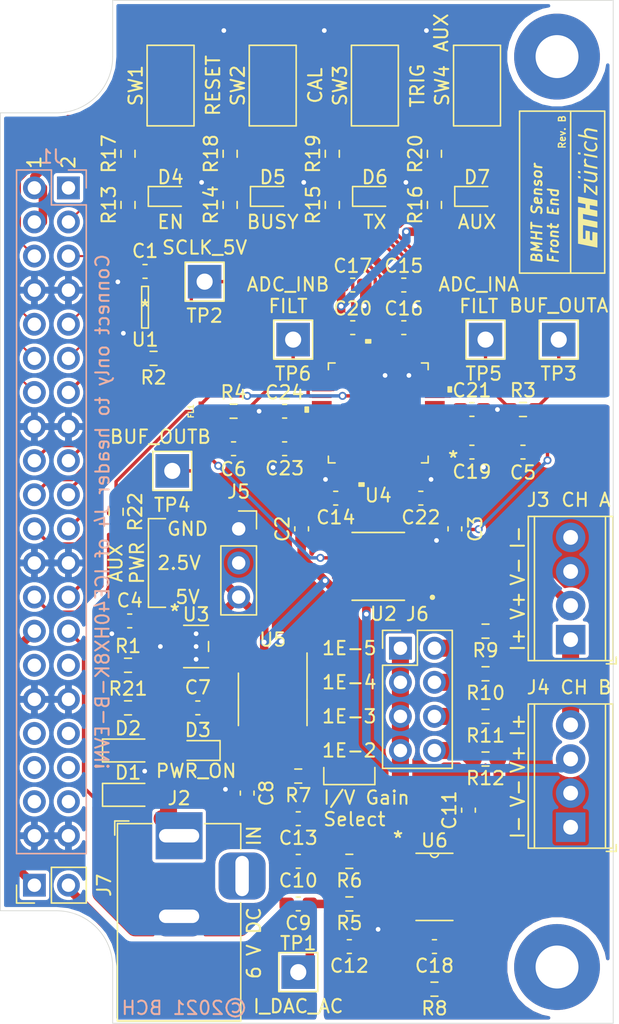
<source format=kicad_pcb>
(kicad_pcb (version 20171130) (host pcbnew "(5.1.10)-1")
  (layers (0 F.Cu signal) (31 B.Cu signal) (34 B.Paste user) (35 F.Paste user) (36 B.SilkS user) (37 F.SilkS user) (38 B.Mask user) (39 F.Mask user) (44 Edge.Cuts user))
  (net 0 "")
  (net 1 +5VD)
  (net 2 GNDA)
  (net 3 +5VA)
  (net 4 GNDREF)
  (net 5 +6V)
  (net 6 "Net-(C5-Pad2)")
  (net 7 "Net-(C6-Pad1)")
  (net 8 "Net-(C8-Pad1)")
  (net 9 "Net-(C9-Pad1)")
  (net 10 /I_DAC)
  (net 11 "Net-(C10-Pad1)")
  (net 12 "Net-(C13-Pad2)")
  (net 13 "Net-(C13-Pad1)")
  (net 14 "Net-(C14-Pad1)")
  (net 15 +3V3)
  (net 16 "Net-(C18-Pad1)")
  (net 17 "Net-(C18-Pad2)")
  (net 18 "Net-(C22-Pad2)")
  (net 19 "Net-(D3-Pad2)")
  (net 20 "Net-(D4-Pad2)")
  (net 21 "Net-(D5-Pad2)")
  (net 22 "Net-(D6-Pad2)")
  (net 23 "Net-(D7-Pad2)")
  (net 24 "Net-(FL1-Pad2)")
  (net 25 "Net-(J1-Pad1)")
  (net 26 /O_SD_A)
  (net 27 /O_SD_B)
  (net 28 /ENABLE)
  (net 29 "Net-(J1-Pad9)")
  (net 30 /O_DVAL)
  (net 31 /I_ADC_ENABLEN)
  (net 32 /O_SCLK)
  (net 33 /I_ADC_RESET)
  (net 34 /I_ADC_ZERO)
  (net 35 /I_ADC_CAL)
  (net 36 "Net-(J1-Pad29)")
  (net 37 "Net-(J1-Pad30)")
  (net 38 "Net-(J1-Pad33)")
  (net 39 "Net-(J1-Pad34)")
  (net 40 "Net-(J1-Pad35)")
  (net 41 "Net-(J1-Pad36)")
  (net 42 "Net-(J1-Pad37)")
  (net 43 "Net-(J1-Pad38)")
  (net 44 "Net-(J2-Pad1)")
  (net 45 /V_EXC_A)
  (net 46 /I_EXC)
  (net 47 /V_EXC_B)
  (net 48 /SCLK5)
  (net 49 "Net-(R2-Pad2)")
  (net 50 "Net-(R3-Pad2)")
  (net 51 "Net-(R4-Pad2)")
  (net 52 "Net-(U1-Pad1)")
  (net 53 "Net-(U4-Pad48)")
  (net 54 "Net-(U4-Pad47)")
  (net 55 "Net-(U4-Pad41)")
  (net 56 "Net-(U4-Pad38)")
  (net 57 "Net-(U4-Pad37)")
  (net 58 "Net-(U4-Pad33)")
  (net 59 "Net-(U4-Pad29)")
  (net 60 "Net-(U4-Pad25)")
  (net 61 "Net-(U4-Pad24)")
  (net 62 "Net-(U4-Pad13)")
  (net 63 "Net-(U4-Pad12)")
  (net 64 "Net-(U4-Pad8)")
  (net 65 "Net-(U4-Pad4)")
  (net 66 "Net-(U5-Pad4)")
  (net 67 "Net-(U5-Pad5)")
  (net 68 "Net-(U5-Pad6)")
  (net 69 "Net-(U5-Pad7)")
  (net 70 "Net-(J6-Pad2)")
  (net 71 "Net-(J6-Pad4)")
  (net 72 "Net-(J6-Pad6)")
  (net 73 "Net-(J6-Pad8)")
  (net 74 "Net-(J1-Pad6)")
  (net 75 "Net-(J1-Pad10)")
  (net 76 "Net-(J1-Pad12)")
  (net 77 "Net-(J1-Pad14)")
  (net 78 "Net-(J1-Pad3)")
  (net 79 "Net-(J1-Pad5)")
  (net 80 "Net-(J1-Pad11)")
  (net 81 /I_SCLK)
  (net 82 "Net-(C9-Pad2)")
  (module ADP7142AUJZ-R7:ADP7142AUJZ-R7 (layer F.Cu) (at 141.605 124.333)
    (fp_text reference U3 (at 0 -2.3876) (layer F.SilkS))
    (fp_text value ADP7142AUJZ-R7)
    (fp_text user * (at -1.5943 -2.593) (layer F.SilkS))
    (fp_text user * (at -1.5943 -2.593) (layer F.SilkS))
    (pad 5 smd rect (at 1.3403 -0.950001) (size 1.0806 0.5) (layers F.Cu F.Paste F.Mask) (net 3 +5VA))
    (pad 4 smd rect (at 1.3403 0.950001) (size 1.0806 0.5) (layers F.Cu F.Paste F.Mask) (net 3 +5VA))
    (pad 3 smd rect (at -1.3403 0.950001) (size 1.0806 0.5) (layers F.Cu F.Paste F.Mask) (net 28 /ENABLE))
    (pad 2 smd rect (at -1.3403 0) (size 1.0806 0.5) (layers F.Cu F.Paste F.Mask) (net 2 GNDA))
    (pad 1 smd rect (at -1.3403 -0.950001) (size 1.0806 0.5) (layers F.Cu F.Paste F.Mask) (net 5 +6V))
  )
  (module Diode_SMD:D_SOD-323_HandSoldering (layer F.Cu) (at 136.525 132.08)
    (fp_text reference D2 (at 0 -1.651) (layer F.SilkS))
    (fp_text value D_Zener)
    (pad 2 smd rect (at 1.25 0) (size 1 1) (layers F.Cu F.Paste F.Mask) (net 2 GNDA))
    (pad 1 smd rect (at -1.25 0) (size 1 1) (layers F.Cu F.Paste F.Mask) (net 5 +6V))
  )
  (module Diode_SMD:D_SOD-323_HandSoldering (layer F.Cu) (at 136.525 135.382)
    (fp_text reference D1 (at 0 -1.651) (layer F.SilkS))
    (fp_text value D_Schottky)
    (pad 2 smd rect (at 1.25 0) (size 1 1) (layers F.Cu F.Paste F.Mask) (net 2 GNDA))
    (pad 1 smd rect (at -1.25 0) (size 1 1) (layers F.Cu F.Paste F.Mask) (net 5 +6V))
  )
  (module KLDX-0202-A:KLDX-0202-A (layer F.Cu) (at 140.335 138.43 90)
    (fp_text reference J2 (at 2.794 0 180) (layer F.SilkS))
    (fp_text value Barrel_Jack)
    (pad 3 thru_hole roundrect (at -3 4.7 90) (size 3.5 3.5) (drill oval 3 1) (layers *.Cu *.Mask))
    (pad 2 thru_hole roundrect (at -6 0 90) (size 3 3.5) (drill oval 1 3) (layers *.Cu *.Mask) (net 2 GNDA))
    (pad 1 thru_hole rect (at 0 0 90) (size 3.5 3.5) (drill oval 1 3) (layers *.Cu *.Mask) (net 44 "Net-(J2-Pad1)"))
  )
  (module BLM03AX102SN1J:BEADC0603X33N (layer F.Cu) (at 141.986 106.553 270)
    (fp_text reference FL1 (at 0.254 0.762 90) (layer F.SilkS) (effects (font (size 0.393701 0.393701))))
    (fp_text value BLM03AX102SN1J)
    (pad 2 smd rect (at 0.281 0 270) (size 0.38 0.4) (layers F.Cu F.Paste F.Mask) (net 24 "Net-(FL1-Pad2)"))
    (pad 1 smd rect (at -0.281 0 270) (size 0.38 0.4) (layers F.Cu F.Paste F.Mask) (net 1 +5VD))
  )
  (module SN74LV1T34DBVR:SN74LV1T34DBVR (layer F.Cu) (at 137.795 99.06)
    (fp_text reference U1 (at 0 2.413 180) (layer F.SilkS))
    (fp_text value SN74LV1T34DBVR)
    (fp_text user * (at 0 0 180) (layer F.SilkS))
    (pad 1 smd rect (at -1.2 -0.950001 90) (size 0.650001 1.1) (layers F.Cu F.Paste F.Mask) (net 52 "Net-(U1-Pad1)"))
    (pad 2 smd rect (at -1.2 0 90) (size 0.650001 1.1) (layers F.Cu F.Paste F.Mask) (net 81 /I_SCLK))
    (pad 3 smd rect (at -1.2 0.949998 90) (size 0.650001 1.1) (layers F.Cu F.Paste F.Mask) (net 2 GNDA))
    (pad 4 smd rect (at 1.2 0.949998 90) (size 0.650001 1.1) (layers F.Cu F.Paste F.Mask) (net 49 "Net-(R2-Pad2)"))
    (pad 5 smd rect (at 1.2 -0.950001 90) (size 0.650001 1.1) (layers F.Cu F.Paste F.Mask) (net 1 +5VD))
  )
  (module LM6142AIM:LM6142AIM (layer F.Cu) (at 155.194 118.364 180)
    (fp_text reference U2 (at -0.385 -3.537) (layer F.SilkS))
    (fp_text value LM6142AIM)
    (pad 1 smd roundrect (at -2.47 -1.905 180) (size 1.97 0.6) (layers F.Cu F.Paste F.Mask) (roundrect_rratio 0.07000000000000001) (net 50 "Net-(R3-Pad2)"))
    (pad 2 smd roundrect (at -2.47 -0.635 180) (size 1.97 0.6) (layers F.Cu F.Paste F.Mask) (roundrect_rratio 0.07000000000000001) (net 50 "Net-(R3-Pad2)"))
    (pad 3 smd roundrect (at -2.47 0.635 180) (size 1.97 0.6) (layers F.Cu F.Paste F.Mask) (roundrect_rratio 0.07000000000000001) (net 45 /V_EXC_A))
    (pad 4 smd roundrect (at -2.47 1.905 180) (size 1.97 0.6) (layers F.Cu F.Paste F.Mask) (roundrect_rratio 0.07000000000000001) (net 2 GNDA))
    (pad 5 smd roundrect (at 2.47 1.905 180) (size 1.97 0.6) (layers F.Cu F.Paste F.Mask) (roundrect_rratio 0.07000000000000001) (net 47 /V_EXC_B))
    (pad 6 smd roundrect (at 2.47 0.635 180) (size 1.97 0.6) (layers F.Cu F.Paste F.Mask) (roundrect_rratio 0.07000000000000001) (net 51 "Net-(R4-Pad2)"))
    (pad 7 smd roundrect (at 2.47 -0.635 180) (size 1.97 0.6) (layers F.Cu F.Paste F.Mask) (roundrect_rratio 0.07000000000000001) (net 51 "Net-(R4-Pad2)"))
    (pad 8 smd roundrect (at 2.47 -1.905 180) (size 1.97 0.6) (layers F.Cu F.Paste F.Mask) (roundrect_rratio 0.07000000000000001) (net 3 +5VA))
  )
  (module LMH6619MA:LMH6619MA (layer F.Cu) (at 159.385 142.24)
    (fp_text reference U6 (at 0 -3.4544) (layer F.SilkS))
    (fp_text value LMH6619MA_NOPB)
    (fp_text user * (at -2.7178 -3.6068) (layer F.SilkS))
    (fp_text user * (at -2.7178 -3.6068) (layer F.SilkS))
    (pad 1 smd rect (at -2.4638 -1.905) (size 1.9812 0.5588) (layers F.Cu F.Paste F.Mask) (net 13 "Net-(C13-Pad1)"))
    (pad 2 smd rect (at -2.4638 -0.635) (size 1.9812 0.5588) (layers F.Cu F.Paste F.Mask) (net 12 "Net-(C13-Pad2)"))
    (pad 3 smd rect (at -2.4638 0.635) (size 1.9812 0.5588) (layers F.Cu F.Paste F.Mask) (net 17 "Net-(C18-Pad2)"))
    (pad 4 smd rect (at -2.4638 1.905) (size 1.9812 0.5588) (layers F.Cu F.Paste F.Mask) (net 2 GNDA))
    (pad 5 smd rect (at 2.4638 1.905) (size 1.9812 0.5588) (layers F.Cu F.Paste F.Mask) (net 46 /I_EXC))
    (pad 6 smd rect (at 2.4638 0.635) (size 1.9812 0.5588) (layers F.Cu F.Paste F.Mask) (net 16 "Net-(C18-Pad1)"))
    (pad 7 smd rect (at 2.4638 -0.635) (size 1.9812 0.5588) (layers F.Cu F.Paste F.Mask) (net 16 "Net-(C18-Pad1)"))
    (pad 8 smd rect (at 2.4638 -1.905) (size 1.9812 0.5588) (layers F.Cu F.Paste F.Mask) (net 3 +5VA))
  )
  (module AD7724ASTZ:AD7724ASTZ (layer F.Cu) (at 155.194 106.934 180)
    (fp_text reference U4 (at 0 -6.1468 180) (layer F.SilkS))
    (fp_text value AD7724ASTZ)
    (fp_text user * (at -5.588 -3.381 180) (layer F.SilkS))
    (fp_text user * (at -5.588 -3.381 180) (layer F.SilkS))
    (pad 1 smd rect (at -4.2164 -2.75 270) (size 0.2794 1.4732) (layers F.Cu F.Paste F.Mask) (net 3 +5VA))
    (pad 2 smd rect (at -4.2164 -2.250001 270) (size 0.2794 1.4732) (layers F.Cu F.Paste F.Mask) (net 2 GNDA))
    (pad 3 smd rect (at -4.2164 -1.749999 270) (size 0.2794 1.4732) (layers F.Cu F.Paste F.Mask) (net 4 GNDREF))
    (pad 4 smd rect (at -4.2164 -1.25 270) (size 0.2794 1.4732) (layers F.Cu F.Paste F.Mask) (net 65 "Net-(U4-Pad4)"))
    (pad 5 smd rect (at -4.2164 -0.750001 270) (size 0.2794 1.4732) (layers F.Cu F.Paste F.Mask) (net 6 "Net-(C5-Pad2)"))
    (pad 6 smd rect (at -4.2164 -0.25 270) (size 0.2794 1.4732) (layers F.Cu F.Paste F.Mask) (net 2 GNDA))
    (pad 7 smd rect (at -4.2164 0.25 270) (size 0.2794 1.4732) (layers F.Cu F.Paste F.Mask) (net 3 +5VA))
    (pad 8 smd rect (at -4.2164 0.750001 270) (size 0.2794 1.4732) (layers F.Cu F.Paste F.Mask) (net 64 "Net-(U4-Pad8)"))
    (pad 9 smd rect (at -4.2164 1.25 270) (size 0.2794 1.4732) (layers F.Cu F.Paste F.Mask) (net 31 /I_ADC_ENABLEN))
    (pad 10 smd rect (at -4.2164 1.749999 270) (size 0.2794 1.4732) (layers F.Cu F.Paste F.Mask) (net 34 /I_ADC_ZERO))
    (pad 11 smd rect (at -4.2164 2.250001 270) (size 0.2794 1.4732) (layers F.Cu F.Paste F.Mask) (net 33 /I_ADC_RESET))
    (pad 12 smd rect (at -4.2164 2.75 270) (size 0.2794 1.4732) (layers F.Cu F.Paste F.Mask) (net 63 "Net-(U4-Pad12)"))
    (pad 13 smd rect (at -2.75 4.2164 180) (size 0.2794 1.4732) (layers F.Cu F.Paste F.Mask) (net 62 "Net-(U4-Pad13)"))
    (pad 14 smd rect (at -2.250001 4.2164 180) (size 0.2794 1.4732) (layers F.Cu F.Paste F.Mask) (net 2 GNDA))
    (pad 15 smd rect (at -1.749999 4.2164 180) (size 0.2794 1.4732) (layers F.Cu F.Paste F.Mask) (net 48 /SCLK5))
    (pad 16 smd rect (at -1.25 4.2164 180) (size 0.2794 1.4732) (layers F.Cu F.Paste F.Mask) (net 1 +5VD))
    (pad 17 smd rect (at -0.750001 4.2164 180) (size 0.2794 1.4732) (layers F.Cu F.Paste F.Mask) (net 2 GNDA))
    (pad 18 smd rect (at -0.25 4.2164 180) (size 0.2794 1.4732) (layers F.Cu F.Paste F.Mask) (net 2 GNDA))
    (pad 19 smd rect (at 0.25 4.2164 180) (size 0.2794 1.4732) (layers F.Cu F.Paste F.Mask) (net 26 /O_SD_A))
    (pad 20 smd rect (at 0.750001 4.2164 180) (size 0.2794 1.4732) (layers F.Cu F.Paste F.Mask) (net 27 /O_SD_B))
    (pad 21 smd rect (at 1.25 4.2164 180) (size 0.2794 1.4732) (layers F.Cu F.Paste F.Mask) (net 32 /O_SCLK))
    (pad 22 smd rect (at 1.749999 4.2164 180) (size 0.2794 1.4732) (layers F.Cu F.Paste F.Mask) (net 15 +3V3))
    (pad 23 smd rect (at 2.250001 4.2164 180) (size 0.2794 1.4732) (layers F.Cu F.Paste F.Mask) (net 30 /O_DVAL))
    (pad 24 smd rect (at 2.75 4.2164 180) (size 0.2794 1.4732) (layers F.Cu F.Paste F.Mask) (net 61 "Net-(U4-Pad24)"))
    (pad 25 smd rect (at 4.2164 2.75 270) (size 0.2794 1.4732) (layers F.Cu F.Paste F.Mask) (net 60 "Net-(U4-Pad25)"))
    (pad 26 smd rect (at 4.2164 2.250001 270) (size 0.2794 1.4732) (layers F.Cu F.Paste F.Mask) (net 15 +3V3))
    (pad 27 smd rect (at 4.2164 1.749999 270) (size 0.2794 1.4732) (layers F.Cu F.Paste F.Mask) (net 15 +3V3))
    (pad 28 smd rect (at 4.2164 1.25 270) (size 0.2794 1.4732) (layers F.Cu F.Paste F.Mask) (net 35 /I_ADC_CAL))
    (pad 29 smd rect (at 4.2164 0.750001 270) (size 0.2794 1.4732) (layers F.Cu F.Paste F.Mask) (net 59 "Net-(U4-Pad29)"))
    (pad 30 smd rect (at 4.2164 0.25 270) (size 0.2794 1.4732) (layers F.Cu F.Paste F.Mask) (net 3 +5VA))
    (pad 31 smd rect (at 4.2164 -0.25 270) (size 0.2794 1.4732) (layers F.Cu F.Paste F.Mask) (net 2 GNDA))
    (pad 32 smd rect (at 4.2164 -0.750001 270) (size 0.2794 1.4732) (layers F.Cu F.Paste F.Mask) (net 7 "Net-(C6-Pad1)"))
    (pad 33 smd rect (at 4.2164 -1.25 270) (size 0.2794 1.4732) (layers F.Cu F.Paste F.Mask) (net 58 "Net-(U4-Pad33)"))
    (pad 34 smd rect (at 4.2164 -1.749999 270) (size 0.2794 1.4732) (layers F.Cu F.Paste F.Mask) (net 4 GNDREF))
    (pad 35 smd rect (at 4.2164 -2.250001 270) (size 0.2794 1.4732) (layers F.Cu F.Paste F.Mask) (net 2 GNDA))
    (pad 36 smd rect (at 4.2164 -2.75 270) (size 0.2794 1.4732) (layers F.Cu F.Paste F.Mask) (net 3 +5VA))
    (pad 37 smd rect (at 2.75 -4.2164 180) (size 0.2794 1.4732) (layers F.Cu F.Paste F.Mask) (net 57 "Net-(U4-Pad37)"))
    (pad 38 smd rect (at 2.250001 -4.2164 180) (size 0.2794 1.4732) (layers F.Cu F.Paste F.Mask) (net 56 "Net-(U4-Pad38)"))
    (pad 39 smd rect (at 1.749999 -4.2164 180) (size 0.2794 1.4732) (layers F.Cu F.Paste F.Mask) (net 2 GNDA))
    (pad 40 smd rect (at 1.25 -4.2164 180) (size 0.2794 1.4732) (layers F.Cu F.Paste F.Mask) (net 14 "Net-(C14-Pad1)"))
    (pad 41 smd rect (at 0.750001 -4.2164 180) (size 0.2794 1.4732) (layers F.Cu F.Paste F.Mask) (net 55 "Net-(U4-Pad41)"))
    (pad 42 smd rect (at 0.25 -4.2164 180) (size 0.2794 1.4732) (layers F.Cu F.Paste F.Mask) (net 3 +5VA))
    (pad 43 smd rect (at -0.25 -4.2164 180) (size 0.2794 1.4732) (layers F.Cu F.Paste F.Mask) (net 2 GNDA))
    (pad 44 smd rect (at -0.750001 -4.2164 180) (size 0.2794 1.4732) (layers F.Cu F.Paste F.Mask) (net 2 GNDA))
    (pad 45 smd rect (at -1.25 -4.2164 180) (size 0.2794 1.4732) (layers F.Cu F.Paste F.Mask) (net 18 "Net-(C22-Pad2)"))
    (pad 46 smd rect (at -1.749999 -4.2164 180) (size 0.2794 1.4732) (layers F.Cu F.Paste F.Mask) (net 2 GNDA))
    (pad 47 smd rect (at -2.250001 -4.2164 180) (size 0.2794 1.4732) (layers F.Cu F.Paste F.Mask) (net 54 "Net-(U4-Pad47)"))
    (pad 48 smd rect (at -2.75 -4.2164 180) (size 0.2794 1.4732) (layers F.Cu F.Paste F.Mask) (net 53 "Net-(U4-Pad48)"))
  )
  (module Connector_PinHeader_2.54mm:PinHeader_1x02_P2.54mm_Vertical (layer F.Cu) (at 129.54 142.113 90)
    (fp_text reference J7 (at 0 5.207 90) (layer F.SilkS))
    (fp_text value Conn_01x02_Male)
    (pad 2 thru_hole oval (at 0 2.54 90) (size 1.7 1.7) (drill 1) (layers *.Cu *.Mask) (net 82 "Net-(C9-Pad2)"))
    (pad 1 thru_hole rect (at 0 0 90) (size 1.7 1.7) (drill 1) (layers *.Cu *.Mask) (net 10 /I_DAC))
  )
  (module Connector_PinSocket_2.54mm:PinSocket_1x03_P2.54mm_Vertical (layer F.Cu) (at 144.78 115.57)
    (fp_text reference J5 (at 0 -2.77) (layer F.SilkS))
    (fp_text value Screw_Terminal_01x03)
    (pad 3 thru_hole oval (at 0 5.08) (size 1.7 1.7) (drill 1) (layers *.Cu *.Mask) (net 3 +5VA))
    (pad 2 thru_hole oval (at 0 2.54) (size 1.7 1.7) (drill 1) (layers *.Cu *.Mask) (net 4 GNDREF))
    (pad 1 thru_hole rect (at 0 0) (size 1.7 1.7) (drill 1) (layers *.Cu *.Mask) (net 2 GNDA))
  )
  (module MountingHole:MountingHole_3.2mm_M3_Pad (layer F.Cu) (at 168.529 148.209)
    (fp_text reference REF** hide)
    (fp_text value MountingHole_3.2mm_M3_Pad)
    (pad 1 thru_hole circle (at 0 0) (size 6.4 6.4) (drill 3.2) (layers *.Cu *.Mask))
  )
  (module Rev2:ethz_13mm (layer F.Cu) (at 170.815 90.17 90)
    (fp_text reference G*** hide)
    (fp_text value LOGO hide)
  )
  (module MountingHole:MountingHole_3.2mm_M3_Pad (layer F.Cu) (at 168.529 80.391)
    (fp_text reference REF** hide)
    (fp_text value MountingHole_3.2mm_M3_Pad)
    (pad 1 thru_hole circle (at 0 0) (size 6.4 6.4) (drill 3.2) (layers *.Cu *.Mask))
  )
  (module Capacitor_SMD:C_0603_1608Metric_Pad1.08x0.95mm_HandSolder (layer F.Cu) (at 141.732 128.905 180)
    (fp_text reference C7 (at 0 1.524) (layer F.SilkS))
    (fp_text value 2.2u)
    (pad 1 smd roundrect (at -0.8625 0 180) (size 1.075 0.95) (layers F.Cu F.Paste F.Mask) (net 3 +5VA))
    (pad 2 smd roundrect (at 0.8625 0 180) (size 1.075 0.95) (layers F.Cu F.Paste F.Mask) (net 2 GNDA))
  )
  (module TerminalBlock_Phoenix:TerminalBlock_Phoenix_MPT-0,5-4-2.54_1x04_P2.54mm_Horizontal (layer F.Cu) (at 169.545 137.795 90)
    (fp_text reference J4 (at 10.414 -2.413 180) (layer F.SilkS))
    (fp_text value Screw_Terminal_01x04)
    (pad 1 thru_hole rect (at 0 0 90) (size 2.2 2.2) (drill 1.1) (layers *.Cu *.Mask) (net 4 GNDREF))
    (pad 2 thru_hole circle (at 2.54 0 90) (size 2.2 2.2) (drill 1.1) (layers *.Cu *.Mask) (net 4 GNDREF))
    (pad 3 thru_hole circle (at 5.08 0 90) (size 2.2 2.2) (drill 1.1) (layers *.Cu *.Mask) (net 47 /V_EXC_B))
    (pad 4 thru_hole circle (at 7.62 0 90) (size 2.2 2.2) (drill 1.1) (layers *.Cu *.Mask) (net 46 /I_EXC))
  )
  (module Connector_PinHeader_2.54mm:PinHeader_2x20_P2.54mm_Vertical (layer B.Cu) (at 132.08 90.17 180)
    (fp_text reference J1 (at 1.27 2.33) (layer B.SilkS) (effects (justify mirror)))
    (fp_text value Conn_02x20_Odd_Even)
    (pad 1 thru_hole rect (at 0 0 180) (size 1.7 1.7) (drill 1) (layers *.Cu *.Mask) (net 25 "Net-(J1-Pad1)"))
    (pad 2 thru_hole oval (at 2.54 0 180) (size 1.7 1.7) (drill 1) (layers *.Cu *.Mask) (net 15 +3V3))
    (pad 3 thru_hole oval (at 0 -2.54 180) (size 1.7 1.7) (drill 1) (layers *.Cu *.Mask) (net 78 "Net-(J1-Pad3)"))
    (pad 4 thru_hole oval (at 2.54 -2.54 180) (size 1.7 1.7) (drill 1) (layers *.Cu *.Mask) (net 15 +3V3))
    (pad 5 thru_hole oval (at 0 -5.08 180) (size 1.7 1.7) (drill 1) (layers *.Cu *.Mask) (net 79 "Net-(J1-Pad5)"))
    (pad 6 thru_hole oval (at 2.54 -5.08 180) (size 1.7 1.7) (drill 1) (layers *.Cu *.Mask) (net 74 "Net-(J1-Pad6)"))
    (pad 7 thru_hole oval (at 0 -7.62 180) (size 1.7 1.7) (drill 1) (layers *.Cu *.Mask) (net 2 GNDA))
    (pad 8 thru_hole oval (at 2.54 -7.62 180) (size 1.7 1.7) (drill 1) (layers *.Cu *.Mask) (net 2 GNDA))
    (pad 9 thru_hole oval (at 0 -10.16 180) (size 1.7 1.7) (drill 1) (layers *.Cu *.Mask) (net 29 "Net-(J1-Pad9)"))
    (pad 10 thru_hole oval (at 2.54 -10.16 180) (size 1.7 1.7) (drill 1) (layers *.Cu *.Mask) (net 75 "Net-(J1-Pad10)"))
    (pad 11 thru_hole oval (at 0 -12.7 180) (size 1.7 1.7) (drill 1) (layers *.Cu *.Mask) (net 80 "Net-(J1-Pad11)"))
    (pad 12 thru_hole oval (at 2.54 -12.7 180) (size 1.7 1.7) (drill 1) (layers *.Cu *.Mask) (net 76 "Net-(J1-Pad12)"))
    (pad 13 thru_hole oval (at 0 -15.24 180) (size 1.7 1.7) (drill 1) (layers *.Cu *.Mask) (net 31 /I_ADC_ENABLEN))
    (pad 14 thru_hole oval (at 2.54 -15.24 180) (size 1.7 1.7) (drill 1) (layers *.Cu *.Mask) (net 77 "Net-(J1-Pad14)"))
    (pad 15 thru_hole oval (at 0 -17.78 180) (size 1.7 1.7) (drill 1) (layers *.Cu *.Mask) (net 2 GNDA))
    (pad 16 thru_hole oval (at 2.54 -17.78 180) (size 1.7 1.7) (drill 1) (layers *.Cu *.Mask) (net 2 GNDA))
    (pad 17 thru_hole oval (at 0 -20.32 180) (size 1.7 1.7) (drill 1) (layers *.Cu *.Mask) (net 33 /I_ADC_RESET))
    (pad 18 thru_hole oval (at 2.54 -20.32 180) (size 1.7 1.7) (drill 1) (layers *.Cu *.Mask) (net 34 /I_ADC_ZERO))
    (pad 19 thru_hole oval (at 0 -22.86 180) (size 1.7 1.7) (drill 1) (layers *.Cu *.Mask) (net 26 /O_SD_A))
    (pad 20 thru_hole oval (at 2.54 -22.86 180) (size 1.7 1.7) (drill 1) (layers *.Cu *.Mask) (net 81 /I_SCLK))
    (pad 21 thru_hole oval (at 0 -25.4 180) (size 1.7 1.7) (drill 1) (layers *.Cu *.Mask) (net 27 /O_SD_B))
    (pad 22 thru_hole oval (at 2.54 -25.4 180) (size 1.7 1.7) (drill 1) (layers *.Cu *.Mask) (net 32 /O_SCLK))
    (pad 23 thru_hole oval (at 0 -27.94 180) (size 1.7 1.7) (drill 1) (layers *.Cu *.Mask) (net 2 GNDA))
    (pad 24 thru_hole oval (at 2.54 -27.94 180) (size 1.7 1.7) (drill 1) (layers *.Cu *.Mask) (net 2 GNDA))
    (pad 25 thru_hole oval (at 0 -30.48 180) (size 1.7 1.7) (drill 1) (layers *.Cu *.Mask) (net 30 /O_DVAL))
    (pad 26 thru_hole oval (at 2.54 -30.48 180) (size 1.7 1.7) (drill 1) (layers *.Cu *.Mask) (net 35 /I_ADC_CAL))
    (pad 27 thru_hole oval (at 0 -33.02 180) (size 1.7 1.7) (drill 1) (layers *.Cu *.Mask) (net 28 /ENABLE))
    (pad 28 thru_hole oval (at 2.54 -33.02 180) (size 1.7 1.7) (drill 1) (layers *.Cu *.Mask) (net 10 /I_DAC))
    (pad 29 thru_hole oval (at 0 -35.56 180) (size 1.7 1.7) (drill 1) (layers *.Cu *.Mask) (net 36 "Net-(J1-Pad29)"))
    (pad 30 thru_hole oval (at 2.54 -35.56 180) (size 1.7 1.7) (drill 1) (layers *.Cu *.Mask) (net 37 "Net-(J1-Pad30)"))
    (pad 31 thru_hole oval (at 0 -38.1 180) (size 1.7 1.7) (drill 1) (layers *.Cu *.Mask) (net 2 GNDA))
    (pad 32 thru_hole oval (at 2.54 -38.1 180) (size 1.7 1.7) (drill 1) (layers *.Cu *.Mask) (net 2 GNDA))
    (pad 33 thru_hole oval (at 0 -40.64 180) (size 1.7 1.7) (drill 1) (layers *.Cu *.Mask) (net 38 "Net-(J1-Pad33)"))
    (pad 34 thru_hole oval (at 2.54 -40.64 180) (size 1.7 1.7) (drill 1) (layers *.Cu *.Mask) (net 39 "Net-(J1-Pad34)"))
    (pad 35 thru_hole oval (at 0 -43.18 180) (size 1.7 1.7) (drill 1) (layers *.Cu *.Mask) (net 40 "Net-(J1-Pad35)"))
    (pad 36 thru_hole oval (at 2.54 -43.18 180) (size 1.7 1.7) (drill 1) (layers *.Cu *.Mask) (net 41 "Net-(J1-Pad36)"))
    (pad 37 thru_hole oval (at 0 -45.72 180) (size 1.7 1.7) (drill 1) (layers *.Cu *.Mask) (net 42 "Net-(J1-Pad37)"))
    (pad 38 thru_hole oval (at 2.54 -45.72 180) (size 1.7 1.7) (drill 1) (layers *.Cu *.Mask) (net 43 "Net-(J1-Pad38)"))
    (pad 39 thru_hole oval (at 0 -48.26 180) (size 1.7 1.7) (drill 1) (layers *.Cu *.Mask) (net 2 GNDA))
    (pad 40 thru_hole oval (at 2.54 -48.26 180) (size 1.7 1.7) (drill 1) (layers *.Cu *.Mask) (net 2 GNDA))
  )
  (module Custom:PTS636_SMTR (layer F.Cu) (at 139.7 82.55 90)
    (fp_text reference SW1 (at 0 -2.6 90) (layer F.SilkS))
    (fp_text value SW_RESET)
    (pad 1 smd rect (at -4.1 0 90) (size 2 1.5) (layers F.Cu F.Paste F.Mask) (net 74 "Net-(J1-Pad6)"))
    (pad 2 smd rect (at 4.1 0 90) (size 2 1.5) (layers F.Cu F.Paste F.Mask) (net 2 GNDA))
  )
  (module Capacitor_SMD:C_0603_1608Metric_Pad1.08x0.95mm_HandSolder (layer F.Cu) (at 148.209 106.807 180)
    (fp_text reference C24 (at 0 1.397) (layer F.SilkS))
    (fp_text value 10u)
    (pad 1 smd roundrect (at -0.8625 0 180) (size 1.075 0.95) (layers F.Cu F.Paste F.Mask) (net 3 +5VA))
    (pad 2 smd roundrect (at 0.8625 0 180) (size 1.075 0.95) (layers F.Cu F.Paste F.Mask) (net 2 GNDA))
  )
  (module Capacitor_SMD:C_0603_1608Metric_Pad1.08x0.95mm_HandSolder (layer F.Cu) (at 148.209 109.601 180)
    (fp_text reference C23 (at 0 -1.4605) (layer F.SilkS))
    (fp_text value 100n)
    (pad 1 smd roundrect (at -0.8625 0 180) (size 1.075 0.95) (layers F.Cu F.Paste F.Mask) (net 3 +5VA))
    (pad 2 smd roundrect (at 0.8625 0 180) (size 1.075 0.95) (layers F.Cu F.Paste F.Mask) (net 2 GNDA))
  )
  (module Resistor_SMD:R_0603_1608Metric_Pad0.98x0.95mm_HandSolder (layer F.Cu) (at 159.385 91.44 90)
    (fp_text reference R16 (at 0 -1.43 90) (layer F.SilkS))
    (fp_text value 180)
    (pad 2 smd roundrect (at 0.9125 0 90) (size 0.975 0.95) (layers F.Cu F.Paste F.Mask) (net 80 "Net-(J1-Pad11)"))
    (pad 1 smd roundrect (at -0.9125 0 90) (size 0.975 0.95) (layers F.Cu F.Paste F.Mask) (net 23 "Net-(D7-Pad2)"))
  )
  (module Diode_SMD:D_0603_1608Metric_Pad1.05x0.95mm_HandSolder (layer F.Cu) (at 162.56 90.805)
    (fp_text reference D7 (at 0 -1.43) (layer F.SilkS))
    (fp_text value AUX)
    (pad 2 smd roundrect (at 0.875 0) (size 1.05 0.95) (layers F.Cu F.Paste F.Mask) (net 23 "Net-(D7-Pad2)"))
    (pad 1 smd roundrect (at -0.875 0) (size 1.05 0.95) (layers F.Cu F.Paste F.Mask) (net 2 GNDA))
  )
  (module Capacitor_SMD:C_0603_1608Metric_Pad1.08x0.95mm_HandSolder (layer F.Cu) (at 137.795 96.393 180)
    (fp_text reference C1 (at 0 1.524) (layer F.SilkS))
    (fp_text value C)
    (pad 1 smd roundrect (at -0.8625 0 180) (size 1.075 0.95) (layers F.Cu F.Paste F.Mask) (net 1 +5VD))
    (pad 2 smd roundrect (at 0.8625 0 180) (size 1.075 0.95) (layers F.Cu F.Paste F.Mask) (net 2 GNDA))
  )
  (module Capacitor_SMD:C_0603_1608Metric_Pad1.08x0.95mm_HandSolder (layer F.Cu) (at 149.479 115.57 90)
    (fp_text reference C2 (at 0 -1.43 90) (layer F.SilkS))
    (fp_text value 100n)
    (pad 2 smd roundrect (at 0.8625 0 90) (size 1.075 0.95) (layers F.Cu F.Paste F.Mask) (net 4 GNDREF))
    (pad 1 smd roundrect (at -0.8625 0 90) (size 1.075 0.95) (layers F.Cu F.Paste F.Mask) (net 3 +5VA))
  )
  (module Capacitor_SMD:C_0603_1608Metric_Pad1.08x0.95mm_HandSolder (layer F.Cu) (at 160.909 115.57 90)
    (fp_text reference C3 (at 0 1.524 90) (layer F.SilkS))
    (fp_text value 100n)
    (pad 2 smd roundrect (at 0.8625 0 90) (size 1.075 0.95) (layers F.Cu F.Paste F.Mask) (net 4 GNDREF))
    (pad 1 smd roundrect (at -0.8625 0 90) (size 1.075 0.95) (layers F.Cu F.Paste F.Mask) (net 2 GNDA))
  )
  (module Capacitor_SMD:C_0603_1608Metric_Pad1.08x0.95mm_HandSolder (layer F.Cu) (at 136.652 122.428 180)
    (fp_text reference C4 (at 0 1.524) (layer F.SilkS))
    (fp_text value 2.2u)
    (pad 2 smd roundrect (at 0.8625 0 180) (size 1.075 0.95) (layers F.Cu F.Paste F.Mask) (net 2 GNDA))
    (pad 1 smd roundrect (at -0.8625 0 180) (size 1.075 0.95) (layers F.Cu F.Paste F.Mask) (net 5 +6V))
  )
  (module Capacitor_SMD:C_0603_1608Metric_Pad1.08x0.95mm_HandSolder (layer F.Cu) (at 165.989 109.855)
    (fp_text reference C5 (at 0 1.524) (layer F.SilkS))
    (fp_text value 2.7n)
    (pad 1 smd roundrect (at -0.8625 0) (size 1.075 0.95) (layers F.Cu F.Paste F.Mask) (net 4 GNDREF))
    (pad 2 smd roundrect (at 0.8625 0) (size 1.075 0.95) (layers F.Cu F.Paste F.Mask) (net 6 "Net-(C5-Pad2)"))
  )
  (module Capacitor_SMD:C_0603_1608Metric_Pad1.08x0.95mm_HandSolder (layer F.Cu) (at 144.399 109.601)
    (fp_text reference C6 (at 0 1.524) (layer F.SilkS))
    (fp_text value 2.7n)
    (pad 1 smd roundrect (at -0.8625 0) (size 1.075 0.95) (layers F.Cu F.Paste F.Mask) (net 7 "Net-(C6-Pad1)"))
    (pad 2 smd roundrect (at 0.8625 0) (size 1.075 0.95) (layers F.Cu F.Paste F.Mask) (net 4 GNDREF))
  )
  (module Capacitor_SMD:C_0603_1608Metric_Pad1.08x0.95mm_HandSolder (layer F.Cu) (at 145.415 135.255 270)
    (fp_text reference C8 (at 0 -1.43 90) (layer F.SilkS))
    (fp_text value 1u)
    (pad 2 smd roundrect (at 0.8625 0 270) (size 1.075 0.95) (layers F.Cu F.Paste F.Mask) (net 2 GNDA))
    (pad 1 smd roundrect (at -0.8625 0 270) (size 1.075 0.95) (layers F.Cu F.Paste F.Mask) (net 8 "Net-(C8-Pad1)"))
  )
  (module Capacitor_SMD:C_0603_1608Metric_Pad1.08x0.95mm_HandSolder (layer F.Cu) (at 149.225 143.51 180)
    (fp_text reference C9 (at 0 -1.43) (layer F.SilkS))
    (fp_text value C)
    (pad 1 smd roundrect (at -0.8625 0 180) (size 1.075 0.95) (layers F.Cu F.Paste F.Mask) (net 9 "Net-(C9-Pad1)"))
    (pad 2 smd roundrect (at 0.8625 0 180) (size 1.075 0.95) (layers F.Cu F.Paste F.Mask) (net 82 "Net-(C9-Pad2)"))
  )
  (module Capacitor_SMD:C_0603_1608Metric_Pad1.08x0.95mm_HandSolder (layer F.Cu) (at 149.225 140.335 180)
    (fp_text reference C10 (at 0 -1.43) (layer F.SilkS))
    (fp_text value C)
    (pad 1 smd roundrect (at -0.8625 0 180) (size 1.075 0.95) (layers F.Cu F.Paste F.Mask) (net 11 "Net-(C10-Pad1)"))
    (pad 2 smd roundrect (at 0.8625 0 180) (size 1.075 0.95) (layers F.Cu F.Paste F.Mask) (net 4 GNDREF))
  )
  (module Capacitor_SMD:C_0603_1608Metric_Pad1.08x0.95mm_HandSolder (layer F.Cu) (at 161.925 136.525 90)
    (fp_text reference C11 (at 0 -1.43 90) (layer F.SilkS))
    (fp_text value 100n)
    (pad 1 smd roundrect (at -0.8625 0 90) (size 1.075 0.95) (layers F.Cu F.Paste F.Mask) (net 3 +5VA))
    (pad 2 smd roundrect (at 0.8625 0 90) (size 1.075 0.95) (layers F.Cu F.Paste F.Mask) (net 4 GNDREF))
  )
  (module Capacitor_SMD:C_0603_1608Metric_Pad1.08x0.95mm_HandSolder (layer F.Cu) (at 153.035 146.685 180)
    (fp_text reference C12 (at 0 -1.43) (layer F.SilkS))
    (fp_text value 100n)
    (pad 2 smd roundrect (at 0.8625 0 180) (size 1.075 0.95) (layers F.Cu F.Paste F.Mask) (net 4 GNDREF))
    (pad 1 smd roundrect (at -0.8625 0 180) (size 1.075 0.95) (layers F.Cu F.Paste F.Mask) (net 2 GNDA))
  )
  (module Capacitor_SMD:C_0603_1608Metric_Pad1.08x0.95mm_HandSolder (layer F.Cu) (at 149.225 137.16 180)
    (fp_text reference C13 (at 0 -1.43) (layer F.SilkS))
    (fp_text value 20p)
    (pad 2 smd roundrect (at 0.8625 0 180) (size 1.075 0.95) (layers F.Cu F.Paste F.Mask) (net 12 "Net-(C13-Pad2)"))
    (pad 1 smd roundrect (at -0.8625 0 180) (size 1.075 0.95) (layers F.Cu F.Paste F.Mask) (net 13 "Net-(C13-Pad1)"))
  )
  (module Capacitor_SMD:C_0603_1608Metric_Pad1.08x0.95mm_HandSolder (layer F.Cu) (at 152.019 113.284 180)
    (fp_text reference C14 (at 0 -1.43) (layer F.SilkS))
    (fp_text value 110n)
    (pad 1 smd roundrect (at -0.8625 0 180) (size 1.075 0.95) (layers F.Cu F.Paste F.Mask) (net 14 "Net-(C14-Pad1)"))
    (pad 2 smd roundrect (at 0.8625 0 180) (size 1.075 0.95) (layers F.Cu F.Paste F.Mask) (net 2 GNDA))
  )
  (module Capacitor_SMD:C_0603_1608Metric_Pad1.08x0.95mm_HandSolder (layer F.Cu) (at 157.099 97.409)
    (fp_text reference C15 (at 0 -1.43) (layer F.SilkS))
    (fp_text value 100n)
    (pad 2 smd roundrect (at 0.8625 0) (size 1.075 0.95) (layers F.Cu F.Paste F.Mask) (net 2 GNDA))
    (pad 1 smd roundrect (at -0.8625 0) (size 1.075 0.95) (layers F.Cu F.Paste F.Mask) (net 1 +5VD))
  )
  (module Capacitor_SMD:C_0603_1608Metric_Pad1.08x0.95mm_HandSolder (layer F.Cu) (at 157.099 100.584)
    (fp_text reference C16 (at 0 -1.43) (layer F.SilkS))
    (fp_text value 10u)
    (pad 2 smd roundrect (at 0.8625 0) (size 1.075 0.95) (layers F.Cu F.Paste F.Mask) (net 2 GNDA))
    (pad 1 smd roundrect (at -0.8625 0) (size 1.075 0.95) (layers F.Cu F.Paste F.Mask) (net 1 +5VD))
  )
  (module Capacitor_SMD:C_0603_1608Metric_Pad1.08x0.95mm_HandSolder (layer F.Cu) (at 153.289 97.409)
    (fp_text reference C17 (at 0 -1.43) (layer F.SilkS))
    (fp_text value 100n)
    (pad 2 smd roundrect (at 0.8625 0) (size 1.075 0.95) (layers F.Cu F.Paste F.Mask) (net 2 GNDA))
    (pad 1 smd roundrect (at -0.8625 0) (size 1.075 0.95) (layers F.Cu F.Paste F.Mask) (net 15 +3V3))
  )
  (module Capacitor_SMD:C_0603_1608Metric_Pad1.08x0.95mm_HandSolder (layer F.Cu) (at 159.385 146.685 180)
    (fp_text reference C18 (at 0 -1.43) (layer F.SilkS))
    (fp_text value 20p)
    (pad 1 smd roundrect (at -0.8625 0 180) (size 1.075 0.95) (layers F.Cu F.Paste F.Mask) (net 16 "Net-(C18-Pad1)"))
    (pad 2 smd roundrect (at 0.8625 0 180) (size 1.075 0.95) (layers F.Cu F.Paste F.Mask) (net 17 "Net-(C18-Pad2)"))
  )
  (module Capacitor_SMD:C_0603_1608Metric_Pad1.08x0.95mm_HandSolder (layer F.Cu) (at 162.179 109.855)
    (fp_text reference C19 (at 0 1.4605) (layer F.SilkS))
    (fp_text value 100n)
    (pad 2 smd roundrect (at 0.8625 0) (size 1.075 0.95) (layers F.Cu F.Paste F.Mask) (net 2 GNDA))
    (pad 1 smd roundrect (at -0.8625 0) (size 1.075 0.95) (layers F.Cu F.Paste F.Mask) (net 3 +5VA))
  )
  (module Capacitor_SMD:C_0603_1608Metric_Pad1.08x0.95mm_HandSolder (layer F.Cu) (at 153.289 100.584)
    (fp_text reference C20 (at 0 -1.43) (layer F.SilkS))
    (fp_text value 10u)
    (pad 1 smd roundrect (at -0.8625 0) (size 1.075 0.95) (layers F.Cu F.Paste F.Mask) (net 15 +3V3))
    (pad 2 smd roundrect (at 0.8625 0) (size 1.075 0.95) (layers F.Cu F.Paste F.Mask) (net 2 GNDA))
  )
  (module Capacitor_SMD:C_0603_1608Metric_Pad1.08x0.95mm_HandSolder (layer F.Cu) (at 162.179 106.68)
    (fp_text reference C21 (at 0 -1.43) (layer F.SilkS))
    (fp_text value 10u)
    (pad 1 smd roundrect (at -0.8625 0) (size 1.075 0.95) (layers F.Cu F.Paste F.Mask) (net 3 +5VA))
    (pad 2 smd roundrect (at 0.8625 0) (size 1.075 0.95) (layers F.Cu F.Paste F.Mask) (net 2 GNDA))
  )
  (module Capacitor_SMD:C_0603_1608Metric_Pad1.08x0.95mm_HandSolder (layer F.Cu) (at 158.369 113.284 180)
    (fp_text reference C22 (at 0 -1.43) (layer F.SilkS))
    (fp_text value 110n)
    (pad 1 smd roundrect (at -0.8625 0 180) (size 1.075 0.95) (layers F.Cu F.Paste F.Mask) (net 2 GNDA))
    (pad 2 smd roundrect (at 0.8625 0 180) (size 1.075 0.95) (layers F.Cu F.Paste F.Mask) (net 18 "Net-(C22-Pad2)"))
  )
  (module Diode_SMD:D_0603_1608Metric_Pad1.05x0.95mm_HandSolder (layer F.Cu) (at 141.732 132.08 180)
    (fp_text reference D3 (at 0 1.524) (layer F.SilkS))
    (fp_text value PWR_ON)
    (pad 2 smd roundrect (at 0.875 0 180) (size 1.05 0.95) (layers F.Cu F.Paste F.Mask) (net 19 "Net-(D3-Pad2)"))
    (pad 1 smd roundrect (at -0.875 0 180) (size 1.05 0.95) (layers F.Cu F.Paste F.Mask) (net 2 GNDA))
  )
  (module Diode_SMD:D_0603_1608Metric_Pad1.05x0.95mm_HandSolder (layer F.Cu) (at 139.7 90.805)
    (fp_text reference D4 (at 0 -1.43) (layer F.SilkS))
    (fp_text value ENABLE)
    (pad 1 smd roundrect (at -0.875 0) (size 1.05 0.95) (layers F.Cu F.Paste F.Mask) (net 2 GNDA))
    (pad 2 smd roundrect (at 0.875 0) (size 1.05 0.95) (layers F.Cu F.Paste F.Mask) (net 20 "Net-(D4-Pad2)"))
  )
  (module Diode_SMD:D_0603_1608Metric_Pad1.05x0.95mm_HandSolder (layer F.Cu) (at 147.32 90.805)
    (fp_text reference D5 (at 0 -1.43) (layer F.SilkS))
    (fp_text value BUSY)
    (pad 2 smd roundrect (at 0.875 0) (size 1.05 0.95) (layers F.Cu F.Paste F.Mask) (net 21 "Net-(D5-Pad2)"))
    (pad 1 smd roundrect (at -0.875 0) (size 1.05 0.95) (layers F.Cu F.Paste F.Mask) (net 2 GNDA))
  )
  (module Diode_SMD:D_0603_1608Metric_Pad1.05x0.95mm_HandSolder (layer F.Cu) (at 154.94 90.805)
    (fp_text reference D6 (at 0 -1.43) (layer F.SilkS))
    (fp_text value TX)
    (pad 1 smd roundrect (at -0.875 0) (size 1.05 0.95) (layers F.Cu F.Paste F.Mask) (net 2 GNDA))
    (pad 2 smd roundrect (at 0.875 0) (size 1.05 0.95) (layers F.Cu F.Paste F.Mask) (net 22 "Net-(D6-Pad2)"))
  )
  (module TerminalBlock_Phoenix:TerminalBlock_Phoenix_MPT-0,5-4-2.54_1x04_P2.54mm_Horizontal (layer F.Cu) (at 169.545 123.825 90)
    (fp_text reference J3 (at 10.414 -2.413 180) (layer F.SilkS))
    (fp_text value Screw_Terminal_01x04)
    (pad 4 thru_hole circle (at 7.62 0 90) (size 2.2 2.2) (drill 1.1) (layers *.Cu *.Mask) (net 4 GNDREF))
    (pad 3 thru_hole circle (at 5.08 0 90) (size 2.2 2.2) (drill 1.1) (layers *.Cu *.Mask) (net 4 GNDREF))
    (pad 2 thru_hole circle (at 2.54 0 90) (size 2.2 2.2) (drill 1.1) (layers *.Cu *.Mask) (net 45 /V_EXC_A))
    (pad 1 thru_hole rect (at 0 0 90) (size 2.2 2.2) (drill 1.1) (layers *.Cu *.Mask) (net 46 /I_EXC))
  )
  (module Connector_PinHeader_2.54mm:PinHeader_2x04_P2.54mm_Vertical (layer F.Cu) (at 156.845 124.46)
    (fp_text reference J6 (at 1.27 -2.54) (layer F.SilkS))
    (fp_text value Conn_02x04_Odd_Even)
    (pad 1 thru_hole rect (at 0 0) (size 1.7 1.7) (drill 1) (layers *.Cu *.Mask) (net 13 "Net-(C13-Pad1)"))
    (pad 2 thru_hole oval (at 2.54 0) (size 1.7 1.7) (drill 1) (layers *.Cu *.Mask) (net 70 "Net-(J6-Pad2)"))
    (pad 3 thru_hole oval (at 0 2.54) (size 1.7 1.7) (drill 1) (layers *.Cu *.Mask) (net 13 "Net-(C13-Pad1)"))
    (pad 4 thru_hole oval (at 2.54 2.54) (size 1.7 1.7) (drill 1) (layers *.Cu *.Mask) (net 71 "Net-(J6-Pad4)"))
    (pad 5 thru_hole oval (at 0 5.08) (size 1.7 1.7) (drill 1) (layers *.Cu *.Mask) (net 13 "Net-(C13-Pad1)"))
    (pad 6 thru_hole oval (at 2.54 5.08) (size 1.7 1.7) (drill 1) (layers *.Cu *.Mask) (net 72 "Net-(J6-Pad6)"))
    (pad 7 thru_hole oval (at 0 7.62) (size 1.7 1.7) (drill 1) (layers *.Cu *.Mask) (net 13 "Net-(C13-Pad1)"))
    (pad 8 thru_hole oval (at 2.54 7.62) (size 1.7 1.7) (drill 1) (layers *.Cu *.Mask) (net 73 "Net-(J6-Pad8)"))
  )
  (module Resistor_SMD:R_0603_1608Metric_Pad0.98x0.95mm_HandSolder (layer F.Cu) (at 136.525 125.73)
    (fp_text reference R1 (at 0 -1.43) (layer F.SilkS))
    (fp_text value 330)
    (pad 2 smd roundrect (at 0.9125 0) (size 0.975 0.95) (layers F.Cu F.Paste F.Mask) (net 19 "Net-(D3-Pad2)"))
    (pad 1 smd roundrect (at -0.9125 0) (size 0.975 0.95) (layers F.Cu F.Paste F.Mask) (net 5 +6V))
  )
  (module Resistor_SMD:R_0603_1608Metric_Pad0.98x0.95mm_HandSolder (layer F.Cu) (at 138.43 102.87 180)
    (fp_text reference R2 (at 0 -1.43) (layer F.SilkS))
    (fp_text value 22)
    (pad 1 smd roundrect (at -0.9125 0 180) (size 0.975 0.95) (layers F.Cu F.Paste F.Mask) (net 48 /SCLK5))
    (pad 2 smd roundrect (at 0.9125 0 180) (size 0.975 0.95) (layers F.Cu F.Paste F.Mask) (net 49 "Net-(R2-Pad2)"))
  )
  (module Resistor_SMD:R_0603_1608Metric_Pad0.98x0.95mm_HandSolder (layer F.Cu) (at 165.989 106.68)
    (fp_text reference R3 (at 0 -1.43) (layer F.SilkS))
    (fp_text value 560)
    (pad 2 smd roundrect (at 0.9125 0) (size 0.975 0.95) (layers F.Cu F.Paste F.Mask) (net 50 "Net-(R3-Pad2)"))
    (pad 1 smd roundrect (at -0.9125 0) (size 0.975 0.95) (layers F.Cu F.Paste F.Mask) (net 6 "Net-(C5-Pad2)"))
  )
  (module Resistor_SMD:R_0603_1608Metric_Pad0.98x0.95mm_HandSolder (layer F.Cu) (at 144.399 106.807 180)
    (fp_text reference R4 (at 0 1.397) (layer F.SilkS))
    (fp_text value 560)
    (pad 1 smd roundrect (at -0.9125 0 180) (size 0.975 0.95) (layers F.Cu F.Paste F.Mask) (net 7 "Net-(C6-Pad1)"))
    (pad 2 smd roundrect (at 0.9125 0 180) (size 0.975 0.95) (layers F.Cu F.Paste F.Mask) (net 51 "Net-(R4-Pad2)"))
  )
  (module Resistor_SMD:R_0603_1608Metric_Pad0.98x0.95mm_HandSolder (layer F.Cu) (at 153.035 143.51 180)
    (fp_text reference R5 (at 0 -1.43) (layer F.SilkS))
    (fp_text value 100k)
    (pad 2 smd roundrect (at 0.9125 0 180) (size 0.975 0.95) (layers F.Cu F.Paste F.Mask) (net 9 "Net-(C9-Pad1)"))
    (pad 1 smd roundrect (at -0.9125 0 180) (size 0.975 0.95) (layers F.Cu F.Paste F.Mask) (net 17 "Net-(C18-Pad2)"))
  )
  (module Resistor_SMD:R_0603_1608Metric_Pad0.98x0.95mm_HandSolder (layer F.Cu) (at 153.035 140.335 180)
    (fp_text reference R6 (at 0 -1.43) (layer F.SilkS))
    (fp_text value 100k)
    (pad 1 smd roundrect (at -0.9125 0 180) (size 0.975 0.95) (layers F.Cu F.Paste F.Mask) (net 12 "Net-(C13-Pad2)"))
    (pad 2 smd roundrect (at 0.9125 0 180) (size 0.975 0.95) (layers F.Cu F.Paste F.Mask) (net 11 "Net-(C10-Pad1)"))
  )
  (module Resistor_SMD:R_0603_1608Metric_Pad0.98x0.95mm_HandSolder (layer F.Cu) (at 149.225 133.985 180)
    (fp_text reference R7 (at 0 -1.43) (layer F.SilkS))
    (fp_text value 10k)
    (pad 2 smd roundrect (at 0.9125 0 180) (size 0.975 0.95) (layers F.Cu F.Paste F.Mask) (net 12 "Net-(C13-Pad2)"))
    (pad 1 smd roundrect (at -0.9125 0 180) (size 0.975 0.95) (layers F.Cu F.Paste F.Mask) (net 13 "Net-(C13-Pad1)"))
  )
  (module Resistor_SMD:R_0603_1608Metric_Pad0.98x0.95mm_HandSolder (layer F.Cu) (at 159.385 149.86 180)
    (fp_text reference R8 (at 0 -1.43) (layer F.SilkS))
    (fp_text value 10k)
    (pad 2 smd roundrect (at 0.9125 0 180) (size 0.975 0.95) (layers F.Cu F.Paste F.Mask) (net 17 "Net-(C18-Pad2)"))
    (pad 1 smd roundrect (at -0.9125 0 180) (size 0.975 0.95) (layers F.Cu F.Paste F.Mask) (net 16 "Net-(C18-Pad1)"))
  )
  (module Resistor_SMD:R_0603_1608Metric_Pad0.98x0.95mm_HandSolder (layer F.Cu) (at 163.195 123.19 180)
    (fp_text reference R9 (at 0 -1.43) (layer F.SilkS))
    (fp_text value 10k)
    (pad 1 smd roundrect (at -0.9125 0 180) (size 0.975 0.95) (layers F.Cu F.Paste F.Mask) (net 46 /I_EXC))
    (pad 2 smd roundrect (at 0.9125 0 180) (size 0.975 0.95) (layers F.Cu F.Paste F.Mask) (net 70 "Net-(J6-Pad2)"))
  )
  (module Resistor_SMD:R_0603_1608Metric_Pad0.98x0.95mm_HandSolder (layer F.Cu) (at 163.195 126.365 180)
    (fp_text reference R10 (at 0 -1.43) (layer F.SilkS))
    (fp_text value 1k)
    (pad 1 smd roundrect (at -0.9125 0 180) (size 0.975 0.95) (layers F.Cu F.Paste F.Mask) (net 46 /I_EXC))
    (pad 2 smd roundrect (at 0.9125 0 180) (size 0.975 0.95) (layers F.Cu F.Paste F.Mask) (net 71 "Net-(J6-Pad4)"))
  )
  (module Resistor_SMD:R_0603_1608Metric_Pad0.98x0.95mm_HandSolder (layer F.Cu) (at 163.195 129.54 180)
    (fp_text reference R11 (at 0 -1.43) (layer F.SilkS))
    (fp_text value 100)
    (pad 2 smd roundrect (at 0.9125 0 180) (size 0.975 0.95) (layers F.Cu F.Paste F.Mask) (net 72 "Net-(J6-Pad6)"))
    (pad 1 smd roundrect (at -0.9125 0 180) (size 0.975 0.95) (layers F.Cu F.Paste F.Mask) (net 46 /I_EXC))
  )
  (module Resistor_SMD:R_0603_1608Metric_Pad0.98x0.95mm_HandSolder (layer F.Cu) (at 163.195 132.715 180)
    (fp_text reference R12 (at 0 -1.43) (layer F.SilkS))
    (fp_text value 10)
    (pad 2 smd roundrect (at 0.9125 0 180) (size 0.975 0.95) (layers F.Cu F.Paste F.Mask) (net 73 "Net-(J6-Pad8)"))
    (pad 1 smd roundrect (at -0.9125 0 180) (size 0.975 0.95) (layers F.Cu F.Paste F.Mask) (net 46 /I_EXC))
  )
  (module Resistor_SMD:R_0603_1608Metric_Pad0.98x0.95mm_HandSolder (layer F.Cu) (at 136.525 91.44 90)
    (fp_text reference R13 (at 0 -1.43 90) (layer F.SilkS))
    (fp_text value 180)
    (pad 2 smd roundrect (at 0.9125 0 90) (size 0.975 0.95) (layers F.Cu F.Paste F.Mask) (net 78 "Net-(J1-Pad3)"))
    (pad 1 smd roundrect (at -0.9125 0 90) (size 0.975 0.95) (layers F.Cu F.Paste F.Mask) (net 20 "Net-(D4-Pad2)"))
  )
  (module Resistor_SMD:R_0603_1608Metric_Pad0.98x0.95mm_HandSolder (layer F.Cu) (at 144.145 91.44 90)
    (fp_text reference R14 (at 0 -1.43 90) (layer F.SilkS))
    (fp_text value 180)
    (pad 1 smd roundrect (at -0.9125 0 90) (size 0.975 0.95) (layers F.Cu F.Paste F.Mask) (net 21 "Net-(D5-Pad2)"))
    (pad 2 smd roundrect (at 0.9125 0 90) (size 0.975 0.95) (layers F.Cu F.Paste F.Mask) (net 79 "Net-(J1-Pad5)"))
  )
  (module Resistor_SMD:R_0603_1608Metric_Pad0.98x0.95mm_HandSolder (layer F.Cu) (at 151.765 91.44 90)
    (fp_text reference R15 (at 0 -1.43 90) (layer F.SilkS))
    (fp_text value 180)
    (pad 1 smd roundrect (at -0.9125 0 90) (size 0.975 0.95) (layers F.Cu F.Paste F.Mask) (net 22 "Net-(D6-Pad2)"))
    (pad 2 smd roundrect (at 0.9125 0 90) (size 0.975 0.95) (layers F.Cu F.Paste F.Mask) (net 29 "Net-(J1-Pad9)"))
  )
  (module Resistor_SMD:R_0603_1608Metric_Pad0.98x0.95mm_HandSolder (layer F.Cu) (at 136.525 87.63 90)
    (fp_text reference R17 (at 0 -1.43 90) (layer F.SilkS))
    (fp_text value 4.7k)
    (pad 1 smd roundrect (at -0.9125 0 90) (size 0.975 0.95) (layers F.Cu F.Paste F.Mask) (net 15 +3V3))
    (pad 2 smd roundrect (at 0.9125 0 90) (size 0.975 0.95) (layers F.Cu F.Paste F.Mask) (net 74 "Net-(J1-Pad6)"))
  )
  (module Resistor_SMD:R_0603_1608Metric_Pad0.98x0.95mm_HandSolder (layer F.Cu) (at 144.145 87.63 90)
    (fp_text reference R18 (at 0 -1.43 90) (layer F.SilkS))
    (fp_text value 4.7k)
    (pad 2 smd roundrect (at 0.9125 0 90) (size 0.975 0.95) (layers F.Cu F.Paste F.Mask) (net 75 "Net-(J1-Pad10)"))
    (pad 1 smd roundrect (at -0.9125 0 90) (size 0.975 0.95) (layers F.Cu F.Paste F.Mask) (net 15 +3V3))
  )
  (module Resistor_SMD:R_0603_1608Metric_Pad0.98x0.95mm_HandSolder (layer F.Cu) (at 151.765 87.63 90)
    (fp_text reference R19 (at 0 -1.43 90) (layer F.SilkS))
    (fp_text value 4.7k)
    (pad 1 smd roundrect (at -0.9125 0 90) (size 0.975 0.95) (layers F.Cu F.Paste F.Mask) (net 15 +3V3))
    (pad 2 smd roundrect (at 0.9125 0 90) (size 0.975 0.95) (layers F.Cu F.Paste F.Mask) (net 76 "Net-(J1-Pad12)"))
  )
  (module Resistor_SMD:R_0603_1608Metric_Pad0.98x0.95mm_HandSolder (layer F.Cu) (at 159.385 87.63 90)
    (fp_text reference R20 (at 0 -1.43 90) (layer F.SilkS))
    (fp_text value 4.7k)
    (pad 2 smd roundrect (at 0.9125 0 90) (size 0.975 0.95) (layers F.Cu F.Paste F.Mask) (net 77 "Net-(J1-Pad14)"))
    (pad 1 smd roundrect (at -0.9125 0 90) (size 0.975 0.95) (layers F.Cu F.Paste F.Mask) (net 15 +3V3))
  )
  (module Resistor_SMD:R_0603_1608Metric_Pad0.98x0.95mm_HandSolder (layer F.Cu) (at 136.525 128.905)
    (fp_text reference R21 (at 0 -1.43) (layer F.SilkS))
    (fp_text value 0)
    (pad 1 smd roundrect (at -0.9125 0) (size 0.975 0.95) (layers F.Cu F.Paste F.Mask) (net 5 +6V))
    (pad 2 smd roundrect (at 0.9125 0) (size 0.975 0.95) (layers F.Cu F.Paste F.Mask) (net 44 "Net-(J2-Pad1)"))
  )
  (module Resistor_SMD:R_0603_1608Metric_Pad0.98x0.95mm_HandSolder (layer F.Cu) (at 135.636 114.3 270)
    (fp_text reference R22 (at 0 -1.43 90) (layer F.SilkS))
    (fp_text value 0)
    (pad 2 smd roundrect (at 0.9125 0 270) (size 0.975 0.95) (layers F.Cu F.Paste F.Mask) (net 3 +5VA))
    (pad 1 smd roundrect (at -0.9125 0 270) (size 0.975 0.95) (layers F.Cu F.Paste F.Mask) (net 24 "Net-(FL1-Pad2)"))
  )
  (module Custom:PTS636_SMTR (layer F.Cu) (at 147.32 82.55 90)
    (fp_text reference SW2 (at 0 -2.6 90) (layer F.SilkS))
    (fp_text value SW_CAL)
    (pad 2 smd rect (at 4.1 0 90) (size 2 1.5) (layers F.Cu F.Paste F.Mask) (net 2 GNDA))
    (pad 1 smd rect (at -4.1 0 90) (size 2 1.5) (layers F.Cu F.Paste F.Mask) (net 75 "Net-(J1-Pad10)"))
  )
  (module Custom:PTS636_SMTR (layer F.Cu) (at 154.94 82.55 90)
    (fp_text reference SW3 (at 0 -2.6 90) (layer F.SilkS))
    (fp_text value SW_TRIG)
    (pad 1 smd rect (at -4.1 0 90) (size 2 1.5) (layers F.Cu F.Paste F.Mask) (net 76 "Net-(J1-Pad12)"))
    (pad 2 smd rect (at 4.1 0 90) (size 2 1.5) (layers F.Cu F.Paste F.Mask) (net 2 GNDA))
  )
  (module Custom:PTS636_SMTR (layer F.Cu) (at 162.56 82.55 90)
    (fp_text reference SW4 (at 0 -2.6 90) (layer F.SilkS))
    (fp_text value SW_AUX)
    (pad 2 smd rect (at 4.1 0 90) (size 2 1.5) (layers F.Cu F.Paste F.Mask) (net 2 GNDA))
    (pad 1 smd rect (at -4.1 0 90) (size 2 1.5) (layers F.Cu F.Paste F.Mask) (net 77 "Net-(J1-Pad14)"))
  )
  (module TestPoint:TestPoint_THTPad_2.5x2.5mm_Drill1.2mm (layer F.Cu) (at 149.225 148.59)
    (fp_text reference TP1 (at 0 -2.148) (layer F.SilkS))
    (fp_text value TestPoint)
    (pad 1 thru_hole rect (at 0 0) (size 2.5 2.5) (drill 1.2) (layers *.Cu *.Mask) (net 9 "Net-(C9-Pad1)"))
  )
  (module TestPoint:TestPoint_THTPad_2.5x2.5mm_Drill1.2mm (layer F.Cu) (at 142.24 97.155)
    (fp_text reference TP2 (at 0 2.54) (layer F.SilkS))
    (fp_text value TestPoint)
    (pad 1 thru_hole rect (at 0 0) (size 2.5 2.5) (drill 1.2) (layers *.Cu *.Mask) (net 48 /SCLK5))
  )
  (module TestPoint:TestPoint_THTPad_2.5x2.5mm_Drill1.2mm (layer F.Cu) (at 168.656 101.473)
    (fp_text reference TP3 (at 0 2.54) (layer F.SilkS))
    (fp_text value TestPoint)
    (pad 1 thru_hole rect (at 0 0) (size 2.5 2.5) (drill 1.2) (layers *.Cu *.Mask) (net 50 "Net-(R3-Pad2)"))
  )
  (module TestPoint:TestPoint_THTPad_2.5x2.5mm_Drill1.2mm (layer F.Cu) (at 139.827 111.252)
    (fp_text reference TP4 (at 0 2.54) (layer F.SilkS))
    (fp_text value TestPoint)
    (pad 1 thru_hole rect (at 0 0) (size 2.5 2.5) (drill 1.2) (layers *.Cu *.Mask) (net 51 "Net-(R4-Pad2)"))
  )
  (module TestPoint:TestPoint_THTPad_2.5x2.5mm_Drill1.2mm (layer F.Cu) (at 163.195 101.473)
    (fp_text reference TP5 (at -0.127 2.54) (layer F.SilkS))
    (fp_text value TestPoint)
    (pad 1 thru_hole rect (at 0 0) (size 2.5 2.5) (drill 1.2) (layers *.Cu *.Mask) (net 6 "Net-(C5-Pad2)"))
  )
  (module TestPoint:TestPoint_THTPad_2.5x2.5mm_Drill1.2mm (layer F.Cu) (at 148.844 101.473)
    (fp_text reference TP6 (at 0 2.54 180) (layer F.SilkS))
    (fp_text value TestPoint)
    (pad 1 thru_hole rect (at 0 0) (size 2.5 2.5) (drill 1.2) (layers *.Cu *.Mask) (net 7 "Net-(C6-Pad1)"))
  )
  (module Package_SO:SOIC-8_3.9x4.9mm_P1.27mm (layer F.Cu) (at 147.32 128.27 270)
    (fp_text reference U5 (at -4.445 0 180) (layer F.SilkS))
    (fp_text value TLE2426xD)
    (pad 1 smd roundrect (at -2.475 -1.905 270) (size 1.95 0.6) (layers F.Cu F.Paste F.Mask) (net 4 GNDREF))
    (pad 2 smd roundrect (at -2.475 -0.635 270) (size 1.95 0.6) (layers F.Cu F.Paste F.Mask) (net 2 GNDA))
    (pad 3 smd roundrect (at -2.475 0.635 270) (size 1.95 0.6) (layers F.Cu F.Paste F.Mask) (net 3 +5VA))
    (pad 4 smd roundrect (at -2.475 1.905 270) (size 1.95 0.6) (layers F.Cu F.Paste F.Mask) (net 66 "Net-(U5-Pad4)"))
    (pad 5 smd roundrect (at 2.475 1.905 270) (size 1.95 0.6) (layers F.Cu F.Paste F.Mask) (net 67 "Net-(U5-Pad5)"))
    (pad 6 smd roundrect (at 2.475 0.635 270) (size 1.95 0.6) (layers F.Cu F.Paste F.Mask) (net 68 "Net-(U5-Pad6)"))
    (pad 7 smd roundrect (at 2.475 -0.635 270) (size 1.95 0.6) (layers F.Cu F.Paste F.Mask) (net 69 "Net-(U5-Pad7)"))
    (pad 8 smd roundrect (at 2.475 -1.905 270) (size 1.95 0.6) (layers F.Cu F.Paste F.Mask) (net 8 "Net-(C8-Pad1)"))
  )
  (gr_text IN (at 145.923 138.43 90) (layer F.SilkS) (effects (font (size 1 1))))
  (gr_text 2 (at 132.08 88.265 90) (layer F.SilkS) (effects (font (size 1 1))))
  (gr_text 1 (at 129.54 88.265 90) (layer F.SilkS) (effects (font (size 1 1))))
  (gr_text "Connect only to header J4 of ICE40HX8K-B-EVN!" (at 134.62 114.3 90) (layer B.SilkS) (effects (font (size 1 1)) (justify mirror)))
  (gr_text "©2021 BCH" (at 140.716 151.257) (layer B.SilkS) (effects (font (size 1 1)) (justify mirror)))
  (gr_text "6 V DC" (at 145.923 146.431 90) (layer F.SilkS) (effects (font (size 1 1))))
  (gr_text BUF_OUTB (at 138.938 108.712) (layer F.SilkS) (effects (font (size 1 1))))
  (gr_text BUF_OUTA (at 168.656 98.933) (layer F.SilkS) (effects (font (size 1 1))))
  (gr_text "Rev. B" (at 168.91 84.709 90) (layer F.SilkS) (effects (font (size 0.508 0.508) (thickness 0.1016)) (justify right)))
  (gr_line (start 165.735 84.455) (end 165.735 96.52) (layer F.SilkS) (width 0.12))
  (gr_text "BMHT Sensor\nFront End" (at 167.64 95.885 90) (layer F.SilkS) (effects (font (size 0.762 0.762) (thickness 0.15) italic) (justify left)))
  (gr_line (start 165.735 84.455) (end 172.085 84.455) (layer F.SilkS) (width 0.12))
  (gr_line (start 169.545 96.52) (end 169.545 84.455) (layer F.SilkS) (width 0.12))
  (gr_line (start 172.085 96.52) (end 165.735 96.52) (layer F.SilkS) (width 0.12))
  (gr_line (start 172.085 84.455) (end 172.085 96.52) (layer F.SilkS) (width 0.12))
  (gr_line (start 154.94 134.62) (end 154.94 133.35) (layer F.SilkS) (width 0.12))
  (gr_line (start 151.13 134.62) (end 154.94 134.62) (layer F.SilkS) (width 0.12))
  (gr_line (start 151.13 133.35) (end 151.13 134.62) (layer F.SilkS) (width 0.12))
  (gr_line (start 135.382 152.4) (end 172.72 152.4) (layer Edge.Cuts) (width 0.05))
  (gr_text "ADC_INB\nFILT" (at 148.463 98.171) (layer F.SilkS) (effects (font (size 1 1))))
  (gr_text I+ (at 165.608 130.175 90) (layer F.SilkS) (effects (font (size 1 1))))
  (gr_text V+ (at 165.608 132.715 90) (layer F.SilkS) (effects (font (size 1 1))))
  (gr_text V- (at 165.608 135.255 90) (layer F.SilkS) (effects (font (size 1 1))))
  (gr_text I- (at 165.608 137.795 90) (layer F.SilkS) (effects (font (size 1 1))))
  (gr_text I- (at 165.608 116.205 90) (layer F.SilkS) (effects (font (size 1 1))))
  (gr_text V- (at 165.608 118.745 90) (layer F.SilkS) (effects (font (size 1 1))))
  (gr_text V+ (at 165.608 121.285 90) (layer F.SilkS) (effects (font (size 1 1))))
  (gr_text I+ (at 165.608 123.825 90) (layer F.SilkS) (effects (font (size 1 1))))
  (gr_line (start 138.049 121.412) (end 139.319 121.412) (layer F.SilkS) (width 0.12))
  (gr_line (start 138.049 114.808) (end 138.049 121.412) (layer F.SilkS) (width 0.12))
  (gr_line (start 139.319 114.808) (end 138.049 114.808) (layer F.SilkS) (width 0.12))
  (gr_text "AUX\nPWR" (at 136.398 118.11 90) (layer F.SilkS) (effects (font (size 1 1))))
  (gr_text GND (at 140.97 115.57) (layer F.SilkS) (effects (font (size 1 1))))
  (gr_text 2.5V (at 140.335 118.11) (layer F.SilkS) (effects (font (size 1 1))))
  (gr_text 5V (at 140.97 120.65) (layer F.SilkS) (effects (font (size 1 1))))
  (gr_text "CH B" (at 170.688 127.381) (layer F.SilkS) (effects (font (size 1 1))))
  (gr_text "CH A" (at 170.688 113.411) (layer F.SilkS) (effects (font (size 1 1))))
  (gr_line (start 172.72 152.4) (end 172.72 76.2) (layer Edge.Cuts) (width 0.05))
  (gr_text I_DAC_AC (at 149.225 151.13) (layer F.SilkS) (effects (font (size 1 1))))
  (gr_text SCLK_5V (at 142.24 94.615) (layer F.SilkS) (effects (font (size 1 1))))
  (gr_text "ADC_INA\nFILT" (at 162.687 98.171) (layer F.SilkS) (effects (font (size 1 1))))
  (gr_text "I/V Gain\nSelect" (at 151.003 136.398) (layer F.SilkS) (effects (font (size 1 1)) (justify left)))
  (gr_text 1E-2 (at 153.035 132.08) (layer F.SilkS) (effects (font (size 1 1))))
  (gr_text 1E-3 (at 153.035 129.54) (layer F.SilkS) (effects (font (size 1 1))))
  (gr_text 1E-4 (at 153.035 127) (layer F.SilkS) (effects (font (size 1 1))))
  (gr_text 1E-5 (at 153.035 124.46) (layer F.SilkS) (effects (font (size 1 1))))
  (gr_text PWR_ON (at 141.605 133.604) (layer F.SilkS) (effects (font (size 1 1))))
  (gr_text AUX (at 162.56 92.71) (layer F.SilkS) (effects (font (size 1 1))))
  (gr_text BUSY (at 147.32 92.71) (layer F.SilkS) (effects (font (size 1 1))))
  (gr_text TX (at 154.94 92.71) (layer F.SilkS) (effects (font (size 1 1))))
  (gr_text EN (at 139.7 92.71) (layer F.SilkS) (effects (font (size 1 1))))
  (gr_text AUX (at 159.893 78.613 90) (layer F.SilkS) (effects (font (size 1 1))))
  (gr_text TRIG (at 158.115 82.55 90) (layer F.SilkS) (effects (font (size 1 1))))
  (gr_text CAL (at 150.495 82.55 90) (layer F.SilkS) (effects (font (size 1 1))))
  (gr_text RESET (at 142.875 82.55 90) (layer F.SilkS) (effects (font (size 1 1))))
  (gr_line (start 131.191 84.582) (end 127 84.582) (layer Edge.Cuts) (width 0.05))
  (gr_line (start 135.382 80.391) (end 135.382 76.2) (layer Edge.Cuts) (width 0.05))
  (gr_arc (start 131.191 80.391) (end 131.191 84.582) (angle -90) (layer Edge.Cuts) (width 0.05))
  (gr_line (start 131.191 144.018) (end 127 144.018) (layer Edge.Cuts) (width 0.05))
  (gr_line (start 135.382 148.209) (end 135.382 152.4) (layer Edge.Cuts) (width 0.05))
  (gr_arc (start 131.191 148.209) (end 135.382 148.209) (angle -90) (layer Edge.Cuts) (width 0.05))
  (gr_line (start 127 84.582) (end 127 144.018) (layer Edge.Cuts) (width 0.05))
  (gr_line (start 172.72 76.2) (end 135.382 76.2) (layer Edge.Cuts) (width 0.05))
  (segment (start 156.2365 97.409) (end 156.444 97.6165) (width 0.254) (layer F.Cu) (net 1))
  (segment (start 156.2365 100.584) (end 156.2365 97.409) (width 0.635) (layer F.Cu) (net 1))
  (segment (start 156.444 100.7915) (end 156.444 102.7176) (width 0.254) (layer F.Cu) (net 1))
  (segment (start 156.2365 100.584) (end 156.444 100.7915) (width 0.254) (layer F.Cu) (net 1))
  (segment (start 138.6575 97.772499) (end 138.995 98.109999) (width 0.635) (layer F.Cu) (net 1))
  (segment (start 138.6575 96.393) (end 138.6575 97.772499) (width 0.635) (layer F.Cu) (net 1))
  (via (at 145.415 105.664) (size 0.6) (drill 0.35) (layers F.Cu B.Cu) (net 1))
  (segment (start 145.4404 105.664) (end 145.415 105.664) (width 0.254) (layer F.Cu) (net 1))
  (via (at 152.527 105.664) (size 0.6) (drill 0.35) (layers F.Cu B.Cu) (net 1))
  (segment (start 145.415 105.664) (end 152.527 105.664) (width 0.254) (layer B.Cu) (net 1))
  (segment (start 156.444 104.319006) (end 156.444 102.7176) (width 0.254) (layer F.Cu) (net 1))
  (segment (start 155.099006 105.664) (end 156.444 104.319006) (width 0.254) (layer F.Cu) (net 1))
  (segment (start 152.527 105.664) (end 155.099006 105.664) (width 0.254) (layer F.Cu) (net 1))
  (segment (start 142.594 105.664) (end 141.986 106.272) (width 0.254) (layer F.Cu) (net 1))
  (segment (start 145.415 105.664) (end 142.594 105.664) (width 0.254) (layer F.Cu) (net 1))
  (segment (start 137.975099 99.1299) (end 138.995 98.109999) (width 0.635) (layer F.Cu) (net 1))
  (segment (start 137.975099 100.350722) (end 137.975099 99.1299) (width 0.635) (layer F.Cu) (net 1))
  (segment (start 136.271 102.054821) (end 137.975099 100.350722) (width 0.635) (layer F.Cu) (net 1))
  (segment (start 136.97448 103.81491) (end 136.271 103.11143) (width 0.635) (layer F.Cu) (net 1))
  (segment (start 140.15209 103.81491) (end 136.97448 103.81491) (width 0.635) (layer F.Cu) (net 1))
  (segment (start 136.271 103.11143) (end 136.271 102.054821) (width 0.635) (layer F.Cu) (net 1))
  (segment (start 154.67636 95.24036) (end 148.72664 95.24036) (width 0.635) (layer F.Cu) (net 1))
  (segment (start 156.2365 96.8005) (end 154.67636 95.24036) (width 0.635) (layer F.Cu) (net 1))
  (segment (start 148.72664 95.24036) (end 140.15209 103.81491) (width 0.635) (layer F.Cu) (net 1))
  (segment (start 156.2365 97.409) (end 156.2365 96.8005) (width 0.635) (layer F.Cu) (net 1))
  (segment (start 154.1515 97.409) (end 154.1515 98.9595) (width 0.635) (layer F.Cu) (net 2))
  (segment (start 162.28709 107.56141) (end 163.0415 106.807) (width 0.254) (layer F.Cu) (net 2))
  (segment (start 160.802386 107.56141) (end 162.28709 107.56141) (width 0.254) (layer F.Cu) (net 2))
  (segment (start 160.424976 107.184) (end 160.802386 107.56141) (width 0.254) (layer F.Cu) (net 2))
  (segment (start 159.4104 107.184) (end 160.424976 107.184) (width 0.254) (layer F.Cu) (net 2))
  (segment (start 162.28709 108.84659) (end 163.0415 109.601) (width 0.254) (layer F.Cu) (net 2))
  (segment (start 160.802386 108.84659) (end 162.28709 108.84659) (width 0.254) (layer F.Cu) (net 2))
  (segment (start 160.464975 109.184001) (end 160.802386 108.84659) (width 0.254) (layer F.Cu) (net 2))
  (segment (start 159.4104 109.184001) (end 160.464975 109.184001) (width 0.254) (layer F.Cu) (net 2))
  (segment (start 148.10091 107.56141) (end 147.3465 106.807) (width 0.254) (layer F.Cu) (net 2))
  (segment (start 149.585614 107.56141) (end 148.10091 107.56141) (width 0.254) (layer F.Cu) (net 2))
  (segment (start 149.963024 107.184) (end 149.585614 107.56141) (width 0.254) (layer F.Cu) (net 2))
  (segment (start 150.9776 107.184) (end 149.963024 107.184) (width 0.254) (layer F.Cu) (net 2))
  (segment (start 148.10091 108.84659) (end 147.3465 109.601) (width 0.254) (layer F.Cu) (net 2))
  (segment (start 149.585614 108.84659) (end 148.10091 108.84659) (width 0.254) (layer F.Cu) (net 2))
  (segment (start 149.923025 109.184001) (end 149.585614 108.84659) (width 0.254) (layer F.Cu) (net 2))
  (segment (start 150.9776 109.184001) (end 149.923025 109.184001) (width 0.254) (layer F.Cu) (net 2))
  (segment (start 158.47709 112.52959) (end 159.2315 113.284) (width 0.254) (layer F.Cu) (net 2))
  (segment (start 157.443969 112.52959) (end 158.47709 112.52959) (width 0.254) (layer F.Cu) (net 2))
  (segment (start 156.943999 112.02962) (end 157.443969 112.52959) (width 0.254) (layer F.Cu) (net 2))
  (segment (start 156.943999 111.1504) (end 156.943999 112.02962) (width 0.254) (layer F.Cu) (net 2))
  (segment (start 151.91091 112.52959) (end 151.1565 113.284) (width 0.254) (layer F.Cu) (net 2))
  (segment (start 152.944031 112.52959) (end 151.91091 112.52959) (width 0.254) (layer F.Cu) (net 2))
  (segment (start 153.444001 112.02962) (end 152.944031 112.52959) (width 0.254) (layer F.Cu) (net 2))
  (segment (start 153.444001 111.1504) (end 153.444001 112.02962) (width 0.254) (layer F.Cu) (net 2))
  (segment (start 155.444 111.1504) (end 155.944001 111.1504) (width 0.254) (layer F.Cu) (net 2))
  (segment (start 156.943999 110.1598) (end 156.943999 111.1504) (width 0.254) (layer F.Cu) (net 2))
  (segment (start 156.918598 110.134399) (end 156.943999 110.1598) (width 0.254) (layer F.Cu) (net 2))
  (segment (start 155.969402 110.134399) (end 156.918598 110.134399) (width 0.254) (layer F.Cu) (net 2))
  (segment (start 155.944001 110.1598) (end 155.969402 110.134399) (width 0.254) (layer F.Cu) (net 2))
  (segment (start 155.944001 111.1504) (end 155.944001 110.1598) (width 0.254) (layer F.Cu) (net 2))
  (segment (start 162.56 78.45) (end 158.786 78.45) (width 0.254) (layer F.Cu) (net 2))
  (segment (start 145.40059 89.76059) (end 146.445 90.805) (width 0.254) (layer F.Cu) (net 2))
  (segment (start 139.86941 89.76059) (end 142.01441 89.76059) (width 0.254) (layer F.Cu) (net 2))
  (segment (start 138.825 90.805) (end 139.86941 89.76059) (width 0.254) (layer F.Cu) (net 2))
  (segment (start 153.02059 89.76059) (end 154.065 90.805) (width 0.254) (layer F.Cu) (net 2))
  (segment (start 147.48941 89.76059) (end 149.63441 89.76059) (width 0.254) (layer F.Cu) (net 2))
  (segment (start 146.445 90.805) (end 147.48941 89.76059) (width 0.254) (layer F.Cu) (net 2))
  (segment (start 160.64059 89.76059) (end 161.685 90.805) (width 0.254) (layer F.Cu) (net 2))
  (segment (start 155.10941 89.76059) (end 157.25441 89.76059) (width 0.254) (layer F.Cu) (net 2))
  (segment (start 154.065 90.805) (end 155.10941 89.76059) (width 0.254) (layer F.Cu) (net 2))
  (segment (start 157.9615 100.584) (end 157.9615 100.8645) (width 0.254) (layer F.Cu) (net 2))
  (segment (start 156.4375 144.145) (end 155.18075 145.40175) (width 0.635) (layer F.Cu) (net 2))
  (segment (start 156.9212 144.145) (end 156.4375 144.145) (width 0.635) (layer F.Cu) (net 2))
  (segment (start 157.6905 116.4325) (end 157.664 116.459) (width 0.635) (layer F.Cu) (net 2))
  (segment (start 160.909 116.4325) (end 159.5385 116.4325) (width 0.635) (layer F.Cu) (net 2))
  (segment (start 154.1515 98.9595) (end 154.1515 100.584) (width 0.635) (layer F.Cu) (net 2))
  (via (at 154.1515 98.9595) (size 0.6) (drill 0.35) (layers F.Cu B.Cu) (net 2))
  (segment (start 159.5385 116.4325) (end 157.6905 116.4325) (width 0.635) (layer F.Cu) (net 2))
  (via (at 159.5385 116.4325) (size 0.6) (drill 0.35) (layers F.Cu B.Cu) (net 2))
  (via (at 137.7696 133.618) (size 0.6) (drill 0.35) (layers F.Cu B.Cu) (net 2))
  (segment (start 155.18075 145.40175) (end 153.8975 146.685) (width 0.635) (layer F.Cu) (net 2))
  (via (at 155.18075 145.40175) (size 0.6) (drill 0.35) (layers F.Cu B.Cu) (net 2))
  (via (at 147.955 123.952) (size 0.6) (drill 0.35) (layers F.Cu B.Cu) (net 2))
  (segment (start 147.955 125.795) (end 147.955 123.952) (width 0.635) (layer F.Cu) (net 2))
  (via (at 163.0426 110.9726) (size 0.6) (drill 0.35) (layers F.Cu B.Cu) (net 2))
  (segment (start 163.0415 110.9715) (end 163.0426 110.9726) (width 0.635) (layer F.Cu) (net 2))
  (segment (start 163.0415 109.601) (end 163.0415 110.9715) (width 0.635) (layer F.Cu) (net 2))
  (via (at 147.3454 110.998) (size 0.6) (drill 0.35) (layers F.Cu B.Cu) (net 2))
  (segment (start 147.3465 110.9969) (end 147.3454 110.998) (width 0.635) (layer F.Cu) (net 2))
  (segment (start 147.3465 109.601) (end 147.3465 110.9969) (width 0.635) (layer F.Cu) (net 2))
  (via (at 146.304 106.807) (size 0.6) (drill 0.35) (layers F.Cu B.Cu) (net 2))
  (segment (start 147.3465 106.807) (end 146.2786 106.807) (width 0.635) (layer F.Cu) (net 2))
  (via (at 159.131 111.887) (size 0.6) (drill 0.35) (layers F.Cu B.Cu) (net 2))
  (segment (start 158.48841 112.52959) (end 159.131 111.887) (width 0.254) (layer F.Cu) (net 2))
  (segment (start 158.47709 112.52959) (end 158.48841 112.52959) (width 0.254) (layer F.Cu) (net 2))
  (via (at 151.257 111.887) (size 0.6) (drill 0.35) (layers F.Cu B.Cu) (net 2))
  (segment (start 151.89959 112.52959) (end 151.257 111.887) (width 0.254) (layer F.Cu) (net 2))
  (segment (start 151.91091 112.52959) (end 151.89959 112.52959) (width 0.254) (layer F.Cu) (net 2))
  (via (at 164.084 106.68) (size 0.6) (drill 0.35) (layers F.Cu B.Cu) (net 2))
  (segment (start 163.0415 106.68) (end 164.084 106.68) (width 0.254) (layer F.Cu) (net 2))
  (segment (start 157.25441 89.76059) (end 160.64059 89.76059) (width 0.254) (layer F.Cu) (net 2))
  (via (at 157.25441 89.76059) (size 0.6) (drill 0.35) (layers F.Cu B.Cu) (net 2))
  (segment (start 149.63441 89.76059) (end 153.02059 89.76059) (width 0.254) (layer F.Cu) (net 2))
  (via (at 149.63441 89.76059) (size 0.6) (drill 0.35) (layers F.Cu B.Cu) (net 2))
  (segment (start 142.01441 89.76059) (end 145.40059 89.76059) (width 0.254) (layer F.Cu) (net 2))
  (via (at 142.01441 89.76059) (size 0.6) (drill 0.35) (layers F.Cu B.Cu) (net 2))
  (segment (start 157.9615 97.409) (end 157.9615 98.9595) (width 0.635) (layer F.Cu) (net 2))
  (segment (start 157.9615 98.9595) (end 157.9615 100.584) (width 0.635) (layer F.Cu) (net 2))
  (via (at 157.9615 98.9595) (size 0.6) (drill 0.35) (layers F.Cu B.Cu) (net 2))
  (via (at 136.177674 100.998674) (size 0.6) (drill 0.35) (layers F.Cu B.Cu) (net 2))
  (segment (start 136.595 100.581348) (end 136.177674 100.998674) (width 0.635) (layer F.Cu) (net 2))
  (segment (start 136.595 100.009998) (end 136.595 100.581348) (width 0.635) (layer F.Cu) (net 2))
  (via (at 135.766171 97.170871) (size 0.6) (drill 0.35) (layers F.Cu B.Cu) (net 2))
  (segment (start 136.544042 96.393) (end 135.766171 97.170871) (width 0.635) (layer F.Cu) (net 2))
  (segment (start 136.9325 96.393) (end 136.544042 96.393) (width 0.635) (layer F.Cu) (net 2))
  (via (at 155.702 104.14) (size 0.6) (drill 0.35) (layers F.Cu B.Cu) (net 2))
  (segment (start 155.444 103.882) (end 155.702 104.14) (width 0.254) (layer F.Cu) (net 2))
  (segment (start 155.444 102.7176) (end 155.444 103.882) (width 0.254) (layer F.Cu) (net 2))
  (segment (start 155.944001 103.897999) (end 155.702 104.14) (width 0.254) (layer F.Cu) (net 2))
  (segment (start 155.944001 102.7176) (end 155.944001 103.897999) (width 0.254) (layer F.Cu) (net 2))
  (segment (start 143.673 78.45) (end 139.7 78.45) (width 0.254) (layer F.Cu) (net 2))
  (via (at 143.673 78.45) (size 0.6) (drill 0.35) (layers F.Cu B.Cu) (net 2))
  (segment (start 151.166 78.45) (end 143.673 78.45) (width 0.254) (layer F.Cu) (net 2))
  (via (at 151.166 78.45) (size 0.6) (drill 0.35) (layers F.Cu B.Cu) (net 2))
  (segment (start 158.786 78.45) (end 151.166 78.45) (width 0.254) (layer F.Cu) (net 2))
  (via (at 158.786 78.45) (size 0.6) (drill 0.35) (layers F.Cu B.Cu) (net 2))
  (via (at 157.48 104.14) (size 0.6) (drill 0.35) (layers F.Cu B.Cu) (net 2))
  (segment (start 157.444001 104.104001) (end 157.48 104.14) (width 0.254) (layer F.Cu) (net 2))
  (segment (start 157.444001 102.7176) (end 157.444001 104.104001) (width 0.254) (layer F.Cu) (net 2))
  (segment (start 137.775 132.08) (end 137.775 135.382) (width 1.27) (layer F.Cu) (net 2))
  (segment (start 142.607 133.7845) (end 143.79375 134.97125) (width 1.27) (layer F.Cu) (net 2))
  (segment (start 142.607 132.08) (end 142.607 130.904444) (width 1.27) (layer F.Cu) (net 2))
  (segment (start 144.94 136.1175) (end 145.415 136.1175) (width 1.27) (layer F.Cu) (net 2))
  (segment (start 143.79375 134.97125) (end 143.79375 134.97125) (width 1.27) (layer F.Cu) (net 2))
  (segment (start 142.607 132.08) (end 142.607 133.7845) (width 1.27) (layer F.Cu) (net 2))
  (via (at 141.605 123.3805) (size 0.6) (drill 0.35) (layers F.Cu B.Cu) (net 2))
  (via (at 141.605 125.2855) (size 0.6) (drill 0.35) (layers F.Cu B.Cu) (net 2))
  (via (at 141.605 124.333) (size 0.6) (drill 0.35) (layers F.Cu B.Cu) (net 2))
  (segment (start 143.79375 134.97125) (end 144.94 136.1175) (width 1.27) (layer F.Cu) (net 2))
  (via (at 143.79375 134.97125) (size 0.6) (drill 0.35) (layers F.Cu B.Cu) (net 2))
  (via (at 135.3185 123.3805) (size 0.6) (drill 0.35) (layers F.Cu B.Cu) (net 2))
  (via (at 138.938 124.333) (size 0.6) (drill 0.35) (layers F.Cu B.Cu) (net 2))
  (segment (start 149.0715 109.474) (end 149.302202 109.704702) (width 0.254) (layer F.Cu) (net 3))
  (segment (start 151.856823 109.684) (end 152.019 109.521823) (width 0.254) (layer F.Cu) (net 3))
  (segment (start 151.856822 106.684) (end 150.9776 106.684) (width 0.254) (layer F.Cu) (net 3))
  (segment (start 152.019 106.846178) (end 151.856822 106.684) (width 0.254) (layer F.Cu) (net 3))
  (segment (start 158.531178 106.684) (end 158.369 106.846178) (width 0.254) (layer F.Cu) (net 3))
  (segment (start 159.4104 106.684) (end 158.531178 106.684) (width 0.254) (layer F.Cu) (net 3))
  (segment (start 158.531177 109.684) (end 159.4104 109.684) (width 0.254) (layer F.Cu) (net 3))
  (segment (start 158.369 109.521823) (end 158.531177 109.684) (width 0.254) (layer F.Cu) (net 3))
  (segment (start 158.369 106.846178) (end 158.369 109.521823) (width 0.254) (layer F.Cu) (net 3))
  (segment (start 149.3215 106.684) (end 149.0715 106.934) (width 0.254) (layer F.Cu) (net 3))
  (segment (start 161.0665 106.684) (end 161.3165 106.934) (width 0.254) (layer F.Cu) (net 3))
  (segment (start 161.2335 109.684) (end 161.3165 109.601) (width 0.254) (layer F.Cu) (net 3))
  (segment (start 161.1935 106.684) (end 161.3165 106.807) (width 0.254) (layer F.Cu) (net 3))
  (segment (start 149.1945 106.684) (end 150.9776 106.684) (width 0.254) (layer F.Cu) (net 3))
  (segment (start 149.0715 106.807) (end 149.1945 106.684) (width 0.254) (layer F.Cu) (net 3))
  (segment (start 149.1545 109.684) (end 150.9776 109.684) (width 0.254) (layer F.Cu) (net 3))
  (segment (start 149.0715 109.601) (end 149.1545 109.684) (width 0.254) (layer F.Cu) (net 3))
  (segment (start 150.9776 109.684) (end 151.856823 109.684) (width 0.254) (layer F.Cu) (net 3))
  (segment (start 152.9882 108.204) (end 152.019 108.204) (width 0.254) (layer F.Cu) (net 3))
  (segment (start 154.944 110.1598) (end 152.9882 108.204) (width 0.254) (layer F.Cu) (net 3))
  (segment (start 154.944 111.1504) (end 154.944 110.1598) (width 0.254) (layer F.Cu) (net 3))
  (segment (start 152.019 108.204) (end 152.019 106.846178) (width 0.254) (layer F.Cu) (net 3))
  (segment (start 152.019 109.521823) (end 152.019 108.204) (width 0.254) (layer F.Cu) (net 3))
  (segment (start 152.069048 120.269) (end 152.724 120.269) (width 0.635) (layer F.Cu) (net 3))
  (segment (start 149.479 116.4325) (end 149.479 117.678952) (width 0.635) (layer F.Cu) (net 3))
  (segment (start 146.685 125.795) (end 146.685 126.62272) (width 0.254) (layer F.Cu) (net 3))
  (segment (start 150.42391 114.08934) (end 149.0715 112.73693) (width 0.635) (layer F.Cu) (net 3))
  (segment (start 150.42391 115.48759) (end 150.42391 114.08934) (width 0.635) (layer F.Cu) (net 3))
  (segment (start 149.0715 112.73693) (end 149.0715 109.601) (width 0.635) (layer F.Cu) (net 3))
  (segment (start 149.479 116.4325) (end 150.42391 115.48759) (width 0.635) (layer F.Cu) (net 3))
  (via (at 146.685 124.0028) (size 0.6) (drill 0.35) (layers F.Cu B.Cu) (net 3))
  (segment (start 146.685 125.795) (end 146.685 124.0028) (width 0.635) (layer F.Cu) (net 3))
  (via (at 151.231224 119.431176) (size 0.6) (drill 0.35) (layers F.Cu B.Cu) (net 3))
  (segment (start 151.231224 119.456576) (end 151.231224 119.431176) (width 0.635) (layer B.Cu) (net 3))
  (segment (start 146.685 124.0028) (end 151.231224 119.456576) (width 0.635) (layer B.Cu) (net 3))
  (segment (start 151.231224 119.431176) (end 152.069048 120.269) (width 0.635) (layer F.Cu) (net 3))
  (segment (start 149.479 117.678952) (end 151.231224 119.431176) (width 0.635) (layer F.Cu) (net 3))
  (segment (start 155.824254 140.95731) (end 161.22649 140.95731) (width 0.3048) (layer F.Cu) (net 3))
  (segment (start 149.760946 138.13789) (end 153.004834 138.13789) (width 0.3048) (layer F.Cu) (net 3))
  (segment (start 153.004834 138.13789) (end 155.824254 140.95731) (width 0.3048) (layer F.Cu) (net 3))
  (segment (start 149.24519 137.622134) (end 149.760946 138.13789) (width 0.3048) (layer F.Cu) (net 3))
  (segment (start 149.82981 133.038246) (end 149.24519 133.622866) (width 0.3048) (layer F.Cu) (net 3))
  (segment (start 149.82981 129.73161) (end 149.82981 133.038246) (width 0.3048) (layer F.Cu) (net 3))
  (segment (start 161.22649 140.95731) (end 161.8488 140.335) (width 0.3048) (layer F.Cu) (net 3))
  (segment (start 149.24519 133.622866) (end 149.24519 137.622134) (width 0.3048) (layer F.Cu) (net 3))
  (segment (start 146.685 126.5868) (end 149.82981 129.73161) (width 0.3048) (layer F.Cu) (net 3))
  (segment (start 146.685 125.795) (end 146.685 126.5868) (width 0.3048) (layer F.Cu) (net 3))
  (segment (start 161.3125 106.684) (end 161.3165 106.68) (width 0.254) (layer F.Cu) (net 3))
  (segment (start 159.4104 106.684) (end 161.3125 106.684) (width 0.254) (layer F.Cu) (net 3))
  (segment (start 161.1455 109.684) (end 161.3165 109.855) (width 0.254) (layer F.Cu) (net 3))
  (segment (start 159.4104 109.684) (end 161.1455 109.684) (width 0.254) (layer F.Cu) (net 3))
  (segment (start 161.925 140.2588) (end 161.8488 140.335) (width 0.635) (layer F.Cu) (net 3))
  (segment (start 161.925 137.3875) (end 161.925 140.2588) (width 0.635) (layer F.Cu) (net 3))
  (segment (start 142.705 128.7945) (end 142.5945 128.905) (width 0.635) (layer F.Cu) (net 3))
  (segment (start 142.9453 123.509999) (end 142.9453 125.410001) (width 0.635) (layer F.Cu) (net 3))
  (segment (start 135.636 115.2125) (end 135.7395 115.316) (width 0.635) (layer F.Cu) (net 3))
  (segment (start 135.636 115.2125) (end 137.8947 115.2125) (width 0.635) (layer F.Cu) (net 3))
  (segment (start 142.9453 128.5542) (end 142.5945 128.905) (width 0.635) (layer F.Cu) (net 3))
  (segment (start 142.9453 125.283001) (end 142.9453 128.5542) (width 0.635) (layer F.Cu) (net 3))
  (segment (start 144.78 120.65) (end 139.319 115.189) (width 0.635) (layer F.Cu) (net 3))
  (segment (start 137.9182 115.189) (end 137.8947 115.2125) (width 0.635) (layer F.Cu) (net 3))
  (segment (start 139.319 115.189) (end 137.9182 115.189) (width 0.635) (layer F.Cu) (net 3))
  (segment (start 144.78 120.65) (end 143.002 122.428) (width 0.635) (layer F.Cu) (net 3))
  (segment (start 143.002 123.326299) (end 142.9453 123.382999) (width 0.635) (layer F.Cu) (net 3))
  (segment (start 143.002 122.428) (end 143.002 123.326299) (width 0.635) (layer F.Cu) (net 3))
  (segment (start 146.685 122.555) (end 144.78 120.65) (width 0.635) (layer F.Cu) (net 3))
  (segment (start 146.685 124.0028) (end 146.685 122.555) (width 0.635) (layer F.Cu) (net 3))
  (segment (start 145.3388 109.474) (end 145.2615 109.474) (width 0.254) (layer F.Cu) (net 4))
  (segment (start 164.846 109.474) (end 165.1265 109.474) (width 0.254) (layer F.Cu) (net 4))
  (segment (start 163.83868 108.44018) (end 165.1265 109.728) (width 0.254) (layer F.Cu) (net 4))
  (segment (start 160.634046 108.44018) (end 163.83868 108.44018) (width 0.254) (layer F.Cu) (net 4))
  (segment (start 160.390227 108.683999) (end 160.634046 108.44018) (width 0.254) (layer F.Cu) (net 4))
  (segment (start 159.4104 108.683999) (end 160.390227 108.683999) (width 0.254) (layer F.Cu) (net 4))
  (segment (start 146.42232 108.44018) (end 145.2615 109.601) (width 0.254) (layer F.Cu) (net 4))
  (segment (start 149.753954 108.44018) (end 146.42232 108.44018) (width 0.254) (layer F.Cu) (net 4))
  (segment (start 149.997773 108.683999) (end 149.753954 108.44018) (width 0.254) (layer F.Cu) (net 4))
  (segment (start 150.9776 108.683999) (end 149.997773 108.683999) (width 0.254) (layer F.Cu) (net 4))
  (segment (start 135.6125 125.73) (end 135.6125 128.905) (width 1.27) (layer F.Cu) (net 5))
  (segment (start 135.6125 131.7425) (end 135.275 132.08) (width 1.27) (layer F.Cu) (net 5))
  (segment (start 135.6125 128.905) (end 135.6125 131.7425) (width 1.27) (layer F.Cu) (net 5))
  (segment (start 135.275 132.08) (end 135.275 135.246991) (width 1.27) (layer F.Cu) (net 5))
  (segment (start 138.469499 123.382999) (end 137.5145 122.428) (width 0.635) (layer F.Cu) (net 5))
  (segment (start 140.2647 123.382999) (end 138.469499 123.382999) (width 0.635) (layer F.Cu) (net 5))
  (segment (start 135.6125 124.968329) (end 135.6125 125.73) (width 1.27) (layer F.Cu) (net 5))
  (segment (start 137.5145 123.066329) (end 135.6125 124.968329) (width 1.27) (layer F.Cu) (net 5))
  (segment (start 137.5145 122.428) (end 137.5145 123.066329) (width 1.27) (layer F.Cu) (net 5))
  (segment (start 163.78868 107.96782) (end 165.0765 106.68) (width 0.254) (layer F.Cu) (net 6))
  (segment (start 160.289623 107.684001) (end 160.573442 107.96782) (width 0.254) (layer F.Cu) (net 6))
  (segment (start 160.573442 107.96782) (end 163.78868 107.96782) (width 0.254) (layer F.Cu) (net 6))
  (segment (start 159.4104 107.684001) (end 160.289623 107.684001) (width 0.254) (layer F.Cu) (net 6))
  (segment (start 166.8515 108.455) (end 165.0765 106.68) (width 0.254) (layer F.Cu) (net 6))
  (segment (start 166.8515 109.728) (end 166.8515 108.455) (width 0.254) (layer F.Cu) (net 6))
  (segment (start 163.195 104.7985) (end 165.0765 106.68) (width 0.254) (layer F.Cu) (net 6))
  (segment (start 163.195 104.7985) (end 163.195 101.473) (width 0.254) (layer F.Cu) (net 6))
  (segment (start 145.3115 106.934) (end 145.3115 107.0845) (width 0.254) (layer F.Cu) (net 7))
  (segment (start 145.3115 107.1099) (end 145.3115 106.934) (width 0.254) (layer F.Cu) (net 7))
  (segment (start 146.47232 107.96782) (end 145.3115 106.807) (width 0.254) (layer F.Cu) (net 7))
  (segment (start 149.753954 107.96782) (end 146.47232 107.96782) (width 0.254) (layer F.Cu) (net 7))
  (segment (start 150.037773 107.684001) (end 149.753954 107.96782) (width 0.254) (layer F.Cu) (net 7))
  (segment (start 150.9776 107.684001) (end 150.037773 107.684001) (width 0.254) (layer F.Cu) (net 7))
  (segment (start 143.5365 108.582) (end 145.3115 106.807) (width 0.254) (layer F.Cu) (net 7))
  (segment (start 143.5365 109.601) (end 143.5365 108.582) (width 0.254) (layer F.Cu) (net 7))
  (segment (start 145.3115 106.807) (end 147.574 104.5445) (width 0.254) (layer F.Cu) (net 7))
  (segment (start 147.574 104.5445) (end 147.574 104.521) (width 0.254) (layer F.Cu) (net 7))
  (segment (start 148.844 103.251) (end 148.844 101.473) (width 0.254) (layer F.Cu) (net 7))
  (segment (start 147.574 104.521) (end 148.844 103.251) (width 0.254) (layer F.Cu) (net 7))
  (segment (start 149.2075 131.344186) (end 149.2075 130.745) (width 0.635) (layer F.Cu) (net 8))
  (segment (start 148.361776 132.18991) (end 149.2075 131.344186) (width 0.635) (layer F.Cu) (net 8))
  (segment (start 147.08009 132.18991) (end 148.361776 132.18991) (width 0.635) (layer F.Cu) (net 8))
  (segment (start 145.415 133.855) (end 147.08009 132.18991) (width 0.635) (layer F.Cu) (net 8))
  (segment (start 145.415 134.3925) (end 145.415 133.855) (width 0.635) (layer F.Cu) (net 8))
  (segment (start 150.0875 143.51) (end 152.1225 143.51) (width 0.635) (layer F.Cu) (net 9))
  (segment (start 150.0875 147.7275) (end 149.225 148.59) (width 0.635) (layer F.Cu) (net 9))
  (segment (start 150.0875 143.51) (end 150.0875 147.7275) (width 0.635) (layer F.Cu) (net 9))
  (segment (start 127.889 140.462) (end 129.54 142.113) (width 0.635) (layer F.Cu) (net 10))
  (segment (start 127.889 124.841) (end 127.889 140.462) (width 0.635) (layer F.Cu) (net 10))
  (segment (start 129.54 123.19) (end 127.889 124.841) (width 0.635) (layer F.Cu) (net 10))
  (segment (start 150.0875 140.335) (end 152.1225 140.335) (width 0.635) (layer F.Cu) (net 11))
  (segment (start 155.2175 141.605) (end 156.9212 141.605) (width 0.635) (layer F.Cu) (net 12))
  (segment (start 153.9475 140.335) (end 155.2175 141.605) (width 0.635) (layer F.Cu) (net 12))
  (segment (start 148.3125 137.11) (end 148.3625 137.16) (width 0.635) (layer F.Cu) (net 12))
  (segment (start 148.3125 133.985) (end 148.3125 137.11) (width 0.635) (layer F.Cu) (net 12))
  (segment (start 153.8986 140.335) (end 153.9475 140.335) (width 0.635) (layer F.Cu) (net 12))
  (segment (start 152.3238 138.7602) (end 153.8986 140.335) (width 0.635) (layer F.Cu) (net 12))
  (segment (start 149.4877 138.7602) (end 152.3238 138.7602) (width 0.635) (layer F.Cu) (net 12))
  (segment (start 148.3625 137.635) (end 148.3625 137.16) (width 0.635) (layer F.Cu) (net 12))
  (segment (start 149.4877 138.7602) (end 148.3625 137.635) (width 0.635) (layer F.Cu) (net 12))
  (segment (start 150.0875 137.16) (end 153.7462 137.16) (width 0.635) (layer F.Cu) (net 13))
  (segment (start 155.6512 138.9888) (end 155.6131 139.0269) (width 0.635) (layer F.Cu) (net 13))
  (segment (start 153.7462 137.16) (end 155.6131 139.0269) (width 0.635) (layer F.Cu) (net 13))
  (segment (start 150.1375 137.11) (end 150.0875 137.16) (width 0.635) (layer F.Cu) (net 13))
  (segment (start 150.1375 133.985) (end 150.1375 137.11) (width 0.635) (layer F.Cu) (net 13))
  (segment (start 156.2481 139.6619) (end 156.9212 140.335) (width 0.635) (layer F.Cu) (net 13))
  (segment (start 155.6131 139.0269) (end 156.2481 139.6619) (width 0.635) (layer F.Cu) (net 13))
  (segment (start 156.845 124.46) (end 156.845 132.08) (width 1.27) (layer F.Cu) (net 13))
  (segment (start 156.845 132.08) (end 156.845 139.7) (width 1.27) (layer F.Cu) (net 13))
  (segment (start 152.8815 113.2035) (end 152.8815 113.284) (width 0.254) (layer F.Cu) (net 14))
  (segment (start 153.944 112.141) (end 152.8815 113.2035) (width 0.254) (layer F.Cu) (net 14))
  (segment (start 153.944 111.1504) (end 153.944 112.141) (width 0.254) (layer F.Cu) (net 14))
  (segment (start 151.85682 105.184001) (end 150.9776 105.184001) (width 0.254) (layer F.Cu) (net 15))
  (segment (start 153.444001 102.7176) (end 153.444001 103.59682) (width 0.254) (layer F.Cu) (net 15))
  (segment (start 152.396411 104.644411) (end 151.85682 105.184001) (width 0.254) (layer F.Cu) (net 15))
  (segment (start 153.444001 103.59682) (end 152.396411 104.644411) (width 0.254) (layer F.Cu) (net 15))
  (segment (start 150.9776 104.683999) (end 150.9776 105.184001) (width 0.254) (layer F.Cu) (net 15))
  (segment (start 130.175 92.71) (end 130.175 90.17) (width 0.635) (layer F.Cu) (net 15))
  (segment (start 130.175 90.164178) (end 130.175 90.17) (width 0.635) (layer F.Cu) (net 15))
  (segment (start 136.525 88.5425) (end 159.385 88.5425) (width 0.635) (layer F.Cu) (net 15))
  (segment (start 136.525 88.5425) (end 130.343486 88.5425) (width 0.635) (layer F.Cu) (net 15))
  (segment (start 129.54 89.345986) (end 129.54 90.17) (width 0.635) (layer F.Cu) (net 15))
  (segment (start 130.343486 88.5425) (end 129.54 89.345986) (width 0.635) (layer F.Cu) (net 15))
  (segment (start 153.444001 101.83838) (end 153.444001 102.7176) (width 0.254) (layer F.Cu) (net 15))
  (segment (start 152.4265 100.820879) (end 153.444001 101.83838) (width 0.254) (layer F.Cu) (net 15))
  (segment (start 152.4265 100.584) (end 152.4265 100.820879) (width 0.254) (layer F.Cu) (net 15))
  (segment (start 164.42991 91.33552) (end 162.330363 93.435067) (width 0.635) (layer F.Cu) (net 15))
  (segment (start 164.42991 89.709088) (end 164.42991 91.33552) (width 0.635) (layer F.Cu) (net 15))
  (segment (start 163.263322 88.5425) (end 164.42991 89.709088) (width 0.635) (layer F.Cu) (net 15))
  (via (at 157.285658 93.435067) (size 0.6) (drill 0.35) (layers F.Cu B.Cu) (net 15))
  (segment (start 162.330363 93.435067) (end 157.285658 93.435067) (width 0.635) (layer F.Cu) (net 15))
  (segment (start 159.385 88.5425) (end 163.263322 88.5425) (width 0.635) (layer F.Cu) (net 15))
  (via (at 152.4254 98.9838) (size 0.6) (drill 0.35) (layers F.Cu B.Cu) (net 15))
  (segment (start 157.285658 94.123542) (end 152.4254 98.9838) (width 0.635) (layer B.Cu) (net 15))
  (segment (start 157.285658 93.435067) (end 157.285658 94.123542) (width 0.635) (layer B.Cu) (net 15))
  (segment (start 152.4254 97.4101) (end 152.4265 97.409) (width 0.635) (layer F.Cu) (net 15))
  (segment (start 152.4254 98.9838) (end 152.4254 97.4101) (width 0.635) (layer F.Cu) (net 15))
  (segment (start 152.4254 100.5829) (end 152.4265 100.584) (width 0.635) (layer F.Cu) (net 15))
  (segment (start 152.4254 98.9838) (end 152.4254 100.5829) (width 0.635) (layer F.Cu) (net 15))
  (segment (start 160.2475 143.630478) (end 160.2475 146.685) (width 0.635) (layer F.Cu) (net 16))
  (segment (start 161.002978 142.875) (end 160.2475 143.630478) (width 0.635) (layer F.Cu) (net 16))
  (segment (start 161.8488 142.875) (end 161.002978 142.875) (width 0.635) (layer F.Cu) (net 16))
  (segment (start 160.2475 149.81) (end 160.2975 149.86) (width 0.635) (layer F.Cu) (net 16))
  (segment (start 160.2475 146.685) (end 160.2475 149.81) (width 0.635) (layer F.Cu) (net 16))
  (segment (start 161.8488 141.605) (end 161.8488 142.875) (width 0.635) (layer F.Cu) (net 16))
  (segment (start 158.5225 143.630478) (end 158.5225 146.685) (width 0.635) (layer F.Cu) (net 17))
  (segment (start 157.767022 142.875) (end 158.5225 143.630478) (width 0.635) (layer F.Cu) (net 17))
  (segment (start 156.9212 142.875) (end 157.767022 142.875) (width 0.635) (layer F.Cu) (net 17))
  (segment (start 158.5225 149.81) (end 158.4725 149.86) (width 0.635) (layer F.Cu) (net 17))
  (segment (start 158.5225 146.685) (end 158.5225 149.81) (width 0.635) (layer F.Cu) (net 17))
  (segment (start 154.5825 142.875) (end 156.9212 142.875) (width 0.635) (layer F.Cu) (net 17))
  (segment (start 153.9475 143.51) (end 154.5825 142.875) (width 0.635) (layer F.Cu) (net 17))
  (segment (start 157.5065 113.2035) (end 157.5065 113.284) (width 0.254) (layer F.Cu) (net 18))
  (segment (start 156.444 112.141) (end 157.5065 113.2035) (width 0.254) (layer F.Cu) (net 18))
  (segment (start 156.444 111.1504) (end 156.444 112.141) (width 0.254) (layer F.Cu) (net 18))
  (segment (start 137.4375 125.73) (end 137.4375 127.342422) (width 0.635) (layer F.Cu) (net 19))
  (segment (start 137.4375 127.342422) (end 140.857 130.761922) (width 0.635) (layer F.Cu) (net 19))
  (segment (start 140.857 130.761922) (end 140.857 132.08) (width 0.635) (layer F.Cu) (net 19))
  (segment (start 139.0275 92.3525) (end 140.575 90.805) (width 0.254) (layer F.Cu) (net 20))
  (segment (start 136.525 92.3525) (end 139.0275 92.3525) (width 0.254) (layer F.Cu) (net 20))
  (segment (start 146.6475 92.3525) (end 148.195 90.805) (width 0.254) (layer F.Cu) (net 21))
  (segment (start 144.145 92.3525) (end 146.6475 92.3525) (width 0.254) (layer F.Cu) (net 21))
  (segment (start 154.2675 92.3525) (end 155.815 90.805) (width 0.254) (layer F.Cu) (net 22))
  (segment (start 151.765 92.3525) (end 154.2675 92.3525) (width 0.254) (layer F.Cu) (net 22))
  (segment (start 161.8875 92.3525) (end 163.435 90.805) (width 0.254) (layer F.Cu) (net 23))
  (segment (start 159.385 92.3525) (end 161.8875 92.3525) (width 0.254) (layer F.Cu) (net 23))
  (segment (start 140.856014 106.834) (end 141.986 106.834) (width 0.254) (layer F.Cu) (net 24))
  (segment (start 135.636 112.054014) (end 140.856014 106.834) (width 0.254) (layer F.Cu) (net 24))
  (segment (start 135.636 113.3875) (end 135.636 112.054014) (width 0.254) (layer F.Cu) (net 24))
  (segment (start 132.125274 113.03) (end 132.08 113.03) (width 0.254) (layer F.Cu) (net 26))
  (segment (start 148.974493 95.841771) (end 132.08 112.736264) (width 0.254) (layer F.Cu) (net 26))
  (segment (start 132.08 112.736264) (end 132.08 113.03) (width 0.254) (layer F.Cu) (net 26))
  (segment (start 154.427545 95.841771) (end 148.974493 95.841771) (width 0.254) (layer F.Cu) (net 26))
  (segment (start 155.374819 96.789045) (end 154.427545 95.841771) (width 0.254) (layer F.Cu) (net 26))
  (segment (start 155.37482 101.203954) (end 155.374819 96.789045) (width 0.254) (layer F.Cu) (net 26))
  (segment (start 154.944 101.634774) (end 155.37482 101.203954) (width 0.254) (layer F.Cu) (net 26))
  (segment (start 154.944 102.7176) (end 154.944 101.634774) (width 0.254) (layer F.Cu) (net 26))
  (segment (start 133.35 112.041014) (end 133.35 114.3) (width 0.254) (layer F.Cu) (net 27))
  (segment (start 149.142833 96.248181) (end 133.35 112.041014) (width 0.254) (layer F.Cu) (net 27))
  (segment (start 133.35 114.3) (end 132.08 115.57) (width 0.254) (layer F.Cu) (net 27))
  (segment (start 154.259205 96.248181) (end 149.142833 96.248181) (width 0.254) (layer F.Cu) (net 27))
  (segment (start 154.96841 96.957386) (end 154.259205 96.248181) (width 0.254) (layer F.Cu) (net 27))
  (segment (start 154.96841 101.035614) (end 154.96841 96.957386) (width 0.254) (layer F.Cu) (net 27))
  (segment (start 154.443999 101.560025) (end 154.96841 101.035614) (width 0.254) (layer F.Cu) (net 27))
  (segment (start 154.443999 102.7176) (end 154.443999 101.560025) (width 0.254) (layer F.Cu) (net 27))
  (segment (start 140.607921 125.410001) (end 140.2647 125.410001) (width 0.254) (layer F.Cu) (net 28))
  (segment (start 133.209401 124.319401) (end 132.08 123.19) (width 0.254) (layer F.Cu) (net 28))
  (segment (start 133.209401 134.819323) (end 133.209401 124.319401) (width 0.254) (layer F.Cu) (net 28))
  (segment (start 134.551479 136.161401) (end 133.209401 134.819323) (width 0.254) (layer F.Cu) (net 28))
  (segment (start 136.52691 135.633012) (end 135.998521 136.161401) (width 0.254) (layer F.Cu) (net 28))
  (segment (start 136.52691 125.34709) (end 136.52691 135.633012) (width 0.254) (layer F.Cu) (net 28))
  (segment (start 136.906 124.968) (end 136.52691 125.34709) (width 0.254) (layer F.Cu) (net 28))
  (segment (start 138.225512 124.968) (end 136.906 124.968) (width 0.254) (layer F.Cu) (net 28))
  (segment (start 135.998521 136.161401) (end 134.551479 136.161401) (width 0.254) (layer F.Cu) (net 28))
  (segment (start 138.540513 125.283001) (end 138.225512 124.968) (width 0.254) (layer F.Cu) (net 28))
  (segment (start 140.2647 125.283001) (end 138.540513 125.283001) (width 0.254) (layer F.Cu) (net 28))
  (segment (start 133.35 99.06) (end 132.08 100.33) (width 0.1524) (layer F.Cu) (net 29))
  (segment (start 147.808908 91.694) (end 145.853098 93.64981) (width 0.1524) (layer F.Cu) (net 29))
  (segment (start 151.086 91.694) (end 147.808908 91.694) (width 0.1524) (layer F.Cu) (net 29))
  (segment (start 151.765 91.015) (end 151.086 91.694) (width 0.1524) (layer F.Cu) (net 29))
  (segment (start 151.765 90.5275) (end 151.765 91.015) (width 0.1524) (layer F.Cu) (net 29))
  (segment (start 145.821408 93.675192) (end 136.29831 93.675192) (width 0.1524) (layer F.Cu) (net 29))
  (segment (start 145.84679 93.64981) (end 145.821408 93.675192) (width 0.1524) (layer F.Cu) (net 29))
  (segment (start 145.853098 93.64981) (end 145.84679 93.64981) (width 0.1524) (layer F.Cu) (net 29))
  (segment (start 136.29831 93.675192) (end 133.654762 96.318742) (width 0.1524) (layer F.Cu) (net 29))
  (segment (start 133.654762 98.755238) (end 133.35 99.06) (width 0.1524) (layer F.Cu) (net 29))
  (segment (start 133.654762 96.318742) (end 133.654762 98.755238) (width 0.1524) (layer F.Cu) (net 29))
  (segment (start 134.16282 118.56718) (end 132.08 120.65) (width 0.254) (layer F.Cu) (net 30))
  (segment (start 150.295672 97.061) (end 149.479514 97.061) (width 0.254) (layer F.Cu) (net 30))
  (segment (start 151.414811 100.840835) (end 151.41481 98.180138) (width 0.254) (layer F.Cu) (net 30))
  (segment (start 151.41481 98.180138) (end 150.295672 97.061) (width 0.254) (layer F.Cu) (net 30))
  (segment (start 151.912386 101.33841) (end 151.414811 100.840835) (width 0.254) (layer F.Cu) (net 30))
  (segment (start 149.479514 97.061) (end 134.16282 112.377694) (width 0.254) (layer F.Cu) (net 30))
  (segment (start 152.369281 101.33841) (end 151.912386 101.33841) (width 0.254) (layer F.Cu) (net 30))
  (segment (start 152.943999 101.913128) (end 152.369281 101.33841) (width 0.254) (layer F.Cu) (net 30))
  (segment (start 134.16282 112.377694) (end 134.16282 118.56718) (width 0.254) (layer F.Cu) (net 30))
  (segment (start 152.943999 102.7176) (end 152.943999 101.913128) (width 0.254) (layer F.Cu) (net 30))
  (segment (start 159.4104 105.684) (end 160.550497 105.684) (width 0.254) (layer F.Cu) (net 31))
  (segment (start 134.01042 103.47958) (end 132.08 105.41) (width 0.254) (layer F.Cu) (net 31))
  (segment (start 160.550497 105.684) (end 161.23922 104.995277) (width 0.254) (layer F.Cu) (net 31))
  (segment (start 161.23922 104.995277) (end 161.239219 102.939719) (width 0.254) (layer F.Cu) (net 31))
  (segment (start 159.81682 101.51732) (end 159.816819 96.846295) (width 0.254) (layer F.Cu) (net 31))
  (segment (start 161.239219 102.939719) (end 159.81682 101.51732) (width 0.254) (layer F.Cu) (net 31))
  (segment (start 139.59839 94.33561) (end 139.596684 94.337316) (width 0.254) (layer F.Cu) (net 31))
  (segment (start 134.01042 103.45418) (end 134.31518 103.14942) (width 0.254) (layer F.Cu) (net 31))
  (segment (start 134.01042 103.47958) (end 134.01042 103.45418) (width 0.254) (layer F.Cu) (net 31))
  (segment (start 136.571866 94.33561) (end 139.92861 94.33561) (width 0.254) (layer F.Cu) (net 31))
  (segment (start 134.31518 103.14942) (end 134.315181 96.592295) (width 0.254) (layer F.Cu) (net 31))
  (segment (start 139.92861 94.33561) (end 139.59839 94.33561) (width 0.254) (layer F.Cu) (net 31))
  (segment (start 134.315181 96.592295) (end 136.571866 94.33561) (width 0.254) (layer F.Cu) (net 31))
  (segment (start 156.394744 93.42422) (end 156.707262 93.736738) (width 0.254) (layer F.Cu) (net 31))
  (segment (start 147.012662 93.42422) (end 156.394744 93.42422) (width 0.254) (layer F.Cu) (net 31))
  (segment (start 146.101273 94.335609) (end 147.012662 93.42422) (width 0.254) (layer F.Cu) (net 31))
  (segment (start 139.92861 94.33561) (end 146.101273 94.335609) (width 0.254) (layer F.Cu) (net 31))
  (segment (start 156.707262 93.736738) (end 156.648744 93.67822) (width 0.254) (layer F.Cu) (net 31))
  (segment (start 159.816819 96.846295) (end 156.707262 93.736738) (width 0.254) (layer F.Cu) (net 31))
  (segment (start 133.75641 115.565104) (end 132.622113 116.699401) (width 0.254) (layer F.Cu) (net 32))
  (segment (start 130.669401 116.699401) (end 129.54 115.57) (width 0.254) (layer F.Cu) (net 32))
  (segment (start 133.75641 112.209354) (end 133.75641 115.565104) (width 0.254) (layer F.Cu) (net 32))
  (segment (start 152.940614 96.65459) (end 149.311174 96.65459) (width 0.254) (layer F.Cu) (net 32))
  (segment (start 132.622113 116.699401) (end 130.669401 116.699401) (width 0.254) (layer F.Cu) (net 32))
  (segment (start 153.289 97.002976) (end 152.940614 96.65459) (width 0.254) (layer F.Cu) (net 32))
  (segment (start 153.289 100.990024) (end 153.289 97.002976) (width 0.254) (layer F.Cu) (net 32))
  (segment (start 153.944 101.645024) (end 153.289 100.990024) (width 0.254) (layer F.Cu) (net 32))
  (segment (start 149.311174 96.65459) (end 133.75641 112.209354) (width 0.254) (layer F.Cu) (net 32))
  (segment (start 153.944 102.7176) (end 153.944 101.645024) (width 0.254) (layer F.Cu) (net 32))
  (segment (start 160.426401 104.658598) (end 160.401 104.683999) (width 0.254) (layer F.Cu) (net 33))
  (segment (start 159.004 101.854) (end 160.426401 103.276401) (width 0.254) (layer F.Cu) (net 33))
  (segment (start 159.004 97.182976) (end 159.004 101.854) (width 0.254) (layer F.Cu) (net 33))
  (segment (start 160.426401 103.276401) (end 160.426401 104.658598) (width 0.254) (layer F.Cu) (net 33))
  (segment (start 160.401 104.683999) (end 159.4104 104.683999) (width 0.254) (layer F.Cu) (net 33))
  (segment (start 156.058064 94.23704) (end 156.831012 95.009988) (width 0.254) (layer F.Cu) (net 33))
  (segment (start 146.437952 95.148428) (end 147.349341 94.23704) (width 0.254) (layer F.Cu) (net 33))
  (segment (start 139.993614 95.150136) (end 139.995322 95.148428) (width 0.254) (layer F.Cu) (net 33))
  (segment (start 136.90684 95.150136) (end 139.993614 95.150136) (width 0.254) (layer F.Cu) (net 33))
  (segment (start 147.349341 94.23704) (end 156.058064 94.23704) (width 0.254) (layer F.Cu) (net 33))
  (segment (start 135.128 96.928976) (end 136.90684 95.150136) (width 0.254) (layer F.Cu) (net 33))
  (segment (start 139.995322 95.148428) (end 146.437952 95.148428) (width 0.254) (layer F.Cu) (net 33))
  (segment (start 135.128 107.442) (end 135.128 96.928976) (width 0.254) (layer F.Cu) (net 33))
  (segment (start 132.08 110.49) (end 135.128 107.442) (width 0.254) (layer F.Cu) (net 33))
  (segment (start 156.831012 95.009988) (end 156.312064 94.49104) (width 0.254) (layer F.Cu) (net 33))
  (segment (start 159.004 97.182976) (end 156.831012 95.009988) (width 0.254) (layer F.Cu) (net 33))
  (segment (start 160.475748 105.184001) (end 159.4104 105.184001) (width 0.254) (layer F.Cu) (net 34))
  (segment (start 160.832811 104.826938) (end 160.475748 105.184001) (width 0.254) (layer F.Cu) (net 34))
  (segment (start 160.83281 103.10806) (end 160.832811 104.826938) (width 0.254) (layer F.Cu) (net 34))
  (segment (start 159.41041 101.68566) (end 160.83281 103.10806) (width 0.254) (layer F.Cu) (net 34))
  (segment (start 159.41041 97.014636) (end 159.41041 101.68566) (width 0.254) (layer F.Cu) (net 34))
  (segment (start 129.54 110.49) (end 130.669401 109.360599) (width 0.254) (layer F.Cu) (net 34))
  (segment (start 132.447401 109.360599) (end 132.574401 109.360599) (width 0.254) (layer F.Cu) (net 34))
  (segment (start 130.669401 109.360599) (end 132.447401 109.360599) (width 0.254) (layer F.Cu) (net 34))
  (segment (start 139.825274 94.743726) (end 139.826982 94.742018) (width 0.254) (layer F.Cu) (net 34))
  (segment (start 147.193 93.83063) (end 147.181002 93.83063) (width 0.254) (layer F.Cu) (net 34))
  (segment (start 134.72159 107.27366) (end 132.634651 109.360599) (width 0.254) (layer F.Cu) (net 34))
  (segment (start 136.738499 94.743727) (end 134.72159 96.760636) (width 0.254) (layer F.Cu) (net 34))
  (segment (start 132.634651 109.360599) (end 132.447401 109.360599) (width 0.254) (layer F.Cu) (net 34))
  (segment (start 139.672874 94.743726) (end 136.738499 94.743727) (width 0.254) (layer F.Cu) (net 34))
  (segment (start 139.674582 94.742018) (end 139.672874 94.743726) (width 0.254) (layer F.Cu) (net 34))
  (segment (start 134.72159 96.760636) (end 134.72159 107.27366) (width 0.254) (layer F.Cu) (net 34))
  (segment (start 146.269612 94.742018) (end 139.674582 94.742018) (width 0.254) (layer F.Cu) (net 34))
  (segment (start 147.181002 93.83063) (end 146.269612 94.742018) (width 0.254) (layer F.Cu) (net 34))
  (segment (start 147.181002 93.83063) (end 156.226404 93.83063) (width 0.254) (layer F.Cu) (net 34))
  (segment (start 156.610387 94.214613) (end 159.41041 97.014636) (width 0.254) (layer F.Cu) (net 34))
  (segment (start 156.226404 93.83063) (end 156.610387 94.214613) (width 0.254) (layer F.Cu) (net 34))
  (segment (start 156.480404 94.08463) (end 156.610387 94.214613) (width 0.254) (layer F.Cu) (net 34))
  (segment (start 150.098377 105.684) (end 150.9776 105.684) (width 0.254) (layer F.Cu) (net 35))
  (segment (start 149.961599 105.547222) (end 150.098377 105.684) (width 0.254) (layer F.Cu) (net 35))
  (segment (start 149.961599 103.358323) (end 149.961599 105.547222) (width 0.254) (layer F.Cu) (net 35))
  (segment (start 151.008401 102.311521) (end 149.961599 103.358323) (width 0.254) (layer F.Cu) (net 35))
  (segment (start 151.008401 98.348479) (end 151.008401 102.311521) (width 0.254) (layer F.Cu) (net 35))
  (segment (start 150.127332 97.46741) (end 151.008401 98.348479) (width 0.254) (layer F.Cu) (net 35))
  (segment (start 134.56923 112.546034) (end 149.647854 97.46741) (width 0.254) (layer F.Cu) (net 35))
  (segment (start 134.56923 119.832284) (end 134.56923 112.546034) (width 0.254) (layer F.Cu) (net 35))
  (segment (start 132.622113 121.779401) (end 134.56923 119.832284) (width 0.254) (layer F.Cu) (net 35))
  (segment (start 130.669401 121.779401) (end 132.622113 121.779401) (width 0.254) (layer F.Cu) (net 35))
  (segment (start 149.647854 97.46741) (end 150.127332 97.46741) (width 0.254) (layer F.Cu) (net 35))
  (segment (start 129.54 120.65) (end 130.669401 121.779401) (width 0.254) (layer F.Cu) (net 35))
  (segment (start 139.065 137.16) (end 140.335 138.43) (width 1.27) (layer F.Cu) (net 44))
  (segment (start 137.44132 129.44032) (end 137.44132 128.90882) (width 1.27) (layer F.Cu) (net 44))
  (segment (start 139.54459 131.54359) (end 137.44132 129.44032) (width 1.27) (layer F.Cu) (net 44))
  (segment (start 139.54459 137.63959) (end 139.54459 131.54359) (width 1.27) (layer F.Cu) (net 44))
  (segment (start 140.335 138.43) (end 139.54459 137.63959) (width 1.27) (layer F.Cu) (net 44))
  (segment (start 165.989 117.729) (end 169.545 121.285) (width 0.635) (layer F.Cu) (net 45))
  (segment (start 157.664 117.729) (end 165.989 117.729) (width 0.635) (layer F.Cu) (net 45))
  (segment (start 169.545 127) (end 167.005 127) (width 1.27) (layer F.Cu) (net 46))
  (segment (start 169.545 130.175) (end 169.545 127) (width 1.27) (layer F.Cu) (net 46))
  (segment (start 169.545 127) (end 169.545 123.825) (width 1.27) (layer F.Cu) (net 46))
  (segment (start 166.0925 127.9125) (end 164.1075 127.9125) (width 1.27) (layer F.Cu) (net 46))
  (segment (start 167.005 127) (end 166.0925 127.9125) (width 1.27) (layer F.Cu) (net 46))
  (segment (start 164.1075 127.9125) (end 164.1075 132.715) (width 1.27) (layer F.Cu) (net 46))
  (segment (start 164.1075 123.19) (end 164.1075 127.9125) (width 1.27) (layer F.Cu) (net 46))
  (segment (start 164.1075 143.5119) (end 164.1075 132.715) (width 0.635) (layer F.Cu) (net 46))
  (segment (start 163.4744 144.145) (end 164.1075 143.5119) (width 0.635) (layer F.Cu) (net 46))
  (segment (start 161.8488 144.145) (end 163.4744 144.145) (width 0.635) (layer F.Cu) (net 46))
  (segment (start 152.724 116.459) (end 153.357278 116.459) (width 0.254) (layer F.Cu) (net 47))
  (segment (start 152.724 116.459) (end 153.709 116.459) (width 0.635) (layer F.Cu) (net 47))
  (segment (start 153.709 116.459) (end 154.305 117.055) (width 0.635) (layer F.Cu) (net 47))
  (segment (start 154.305 120.612952) (end 154.305 121.92) (width 0.635) (layer F.Cu) (net 47))
  (via (at 154.305 121.92) (size 0.6) (drill 0.35) (layers F.Cu B.Cu) (net 47))
  (segment (start 154.305 117.055) (end 154.305 120.612952) (width 0.635) (layer F.Cu) (net 47))
  (segment (start 168.860099 133.399901) (end 169.545 132.715) (width 0.635) (layer B.Cu) (net 47))
  (segment (start 156.211447 133.399901) (end 168.860099 133.399901) (width 0.635) (layer B.Cu) (net 47))
  (segment (start 154.305 131.493454) (end 156.211447 133.399901) (width 0.635) (layer B.Cu) (net 47))
  (segment (start 154.305 121.92) (end 154.305 131.493454) (width 0.635) (layer B.Cu) (net 47))
  (segment (start 141.2475 97.5125) (end 141.605 97.155) (width 0.254) (layer F.Cu) (net 48))
  (segment (start 141.2475 101.6) (end 141.2475 97.5125) (width 0.254) (layer F.Cu) (net 48))
  (segment (start 156.972 101.219) (end 156.972 102.689599) (width 0.254) (layer F.Cu) (net 48))
  (segment (start 157.099 101.092) (end 156.972 101.219) (width 0.254) (layer F.Cu) (net 48))
  (segment (start 157.099 95.852726) (end 157.099 101.092) (width 0.254) (layer F.Cu) (net 48))
  (segment (start 155.889724 94.64345) (end 157.099 95.852726) (width 0.254) (layer F.Cu) (net 48))
  (segment (start 147.517681 94.64345) (end 155.889724 94.64345) (width 0.254) (layer F.Cu) (net 48))
  (segment (start 156.972 102.689599) (end 156.943999 102.7176) (width 0.254) (layer F.Cu) (net 48))
  (segment (start 145.006131 97.155) (end 147.517681 94.64345) (width 0.254) (layer F.Cu) (net 48))
  (segment (start 142.24 97.155) (end 145.006131 97.155) (width 0.254) (layer F.Cu) (net 48))
  (segment (start 139.9775 102.87) (end 141.2475 101.6) (width 0.254) (layer F.Cu) (net 48))
  (segment (start 139.3425 102.87) (end 139.9775 102.87) (width 0.254) (layer F.Cu) (net 48))
  (segment (start 138.995 100.009998) (end 138.995 100.444385) (width 0.635) (layer F.Cu) (net 49))
  (segment (start 137.5175 101.921885) (end 137.5175 102.87) (width 0.635) (layer F.Cu) (net 49))
  (segment (start 138.995 100.444385) (end 137.5175 101.921885) (width 0.635) (layer F.Cu) (net 49))
  (segment (start 157.664 118.999) (end 157.664 120.269) (width 0.254) (layer F.Cu) (net 50))
  (segment (start 157.278458 118.999) (end 157.664 118.999) (width 0.254) (layer F.Cu) (net 50))
  (segment (start 156.39959 118.120132) (end 157.278458 118.999) (width 0.254) (layer F.Cu) (net 50))
  (segment (start 156.39959 116.067868) (end 156.39959 118.120132) (width 0.254) (layer F.Cu) (net 50))
  (segment (start 156.851868 115.61559) (end 156.39959 116.067868) (width 0.254) (layer F.Cu) (net 50))
  (via (at 162.687 115.5954) (size 0.6) (drill 0.35) (layers F.Cu B.Cu) (net 50))
  (segment (start 162.66681 115.61559) (end 162.687 115.5954) (width 0.254) (layer F.Cu) (net 50))
  (segment (start 156.851868 115.61559) (end 162.66681 115.61559) (width 0.254) (layer F.Cu) (net 50))
  (via (at 167.8178 110.4646) (size 0.6) (drill 0.35) (layers F.Cu B.Cu) (net 50))
  (segment (start 162.687 115.5954) (end 167.8178 110.4646) (width 0.254) (layer B.Cu) (net 50))
  (segment (start 167.8178 107.5963) (end 166.9015 106.68) (width 0.254) (layer F.Cu) (net 50))
  (segment (start 167.8178 110.4646) (end 167.8178 107.5963) (width 0.254) (layer F.Cu) (net 50))
  (segment (start 166.9015 106.68) (end 166.9015 106.6565) (width 0.254) (layer F.Cu) (net 50))
  (segment (start 168.656 104.902) (end 168.656 101.473) (width 0.254) (layer F.Cu) (net 50))
  (segment (start 166.9015 106.6565) (end 168.656 104.902) (width 0.254) (layer F.Cu) (net 50))
  (segment (start 152.724 117.729) (end 152.724 118.999) (width 0.254) (layer F.Cu) (net 51))
  (segment (start 142.71959 107.57391) (end 142.71959 110.33459) (width 0.254) (layer F.Cu) (net 51))
  (segment (start 143.4865 106.807) (end 142.71959 107.57391) (width 0.254) (layer F.Cu) (net 51))
  (segment (start 152.044024 117.729) (end 152.724 117.729) (width 0.254) (layer F.Cu) (net 51))
  (via (at 143.256 110.871) (size 0.6) (drill 0.35) (layers F.Cu B.Cu) (net 51))
  (segment (start 142.71959 110.33459) (end 143.256 110.871) (width 0.254) (layer F.Cu) (net 51))
  (via (at 150.876 117.729) (size 0.6) (drill 0.35) (layers F.Cu B.Cu) (net 51))
  (segment (start 150.114 117.729) (end 150.876 117.729) (width 0.254) (layer B.Cu) (net 51))
  (segment (start 143.256 110.871) (end 150.114 117.729) (width 0.254) (layer B.Cu) (net 51))
  (segment (start 150.876 117.729) (end 152.724 117.729) (width 0.254) (layer F.Cu) (net 51))
  (segment (start 141.80218 111.252) (end 142.71959 110.33459) (width 0.254) (layer F.Cu) (net 51))
  (segment (start 139.827 111.252) (end 141.80218 111.252) (width 0.254) (layer F.Cu) (net 51))
  (segment (start 161.0125 124.46) (end 162.2825 123.19) (width 1.27) (layer F.Cu) (net 70))
  (segment (start 159.385 124.46) (end 161.0125 124.46) (width 1.27) (layer F.Cu) (net 70))
  (segment (start 161.6475 127) (end 162.2825 126.365) (width 1.27) (layer F.Cu) (net 71))
  (segment (start 159.385 127) (end 161.6475 127) (width 1.27) (layer F.Cu) (net 71))
  (segment (start 159.385 129.54) (end 162.2825 129.54) (width 1.27) (layer F.Cu) (net 72))
  (segment (start 161.6475 132.08) (end 162.2825 132.715) (width 1.27) (layer F.Cu) (net 73))
  (segment (start 159.385 132.08) (end 161.6475 132.08) (width 1.27) (layer F.Cu) (net 73))
  (segment (start 136.5925 86.65) (end 136.525 86.7175) (width 0.254) (layer F.Cu) (net 74))
  (segment (start 139.7 86.65) (end 136.5925 86.65) (width 0.254) (layer F.Cu) (net 74))
  (segment (start 128.461399 94.171399) (end 129.54 95.25) (width 0.1524) (layer F.Cu) (net 74))
  (segment (start 128.461399 89.652271) (end 128.461399 94.171399) (width 0.1524) (layer F.Cu) (net 74))
  (segment (start 131.39617 86.7175) (end 128.461399 89.652271) (width 0.1524) (layer F.Cu) (net 74))
  (segment (start 136.525 86.7175) (end 131.39617 86.7175) (width 0.1524) (layer F.Cu) (net 74))
  (segment (start 144.2125 86.65) (end 144.145 86.7175) (width 0.254) (layer F.Cu) (net 75))
  (segment (start 147.32 86.65) (end 144.2125 86.65) (width 0.254) (layer F.Cu) (net 75))
  (segment (start 142.848899 85.421399) (end 132.261205 85.421399) (width 0.1524) (layer F.Cu) (net 75))
  (segment (start 144.145 86.7175) (end 142.848899 85.421399) (width 0.1524) (layer F.Cu) (net 75))
  (segment (start 128.156589 98.946589) (end 129.54 100.33) (width 0.1524) (layer F.Cu) (net 75))
  (segment (start 128.156589 89.526015) (end 128.156589 98.946589) (width 0.1524) (layer F.Cu) (net 75))
  (segment (start 132.261205 85.421399) (end 128.156589 89.526015) (width 0.1524) (layer F.Cu) (net 75))
  (segment (start 151.8325 86.65) (end 151.765 86.7175) (width 0.254) (layer F.Cu) (net 76))
  (segment (start 154.94 86.65) (end 151.8325 86.65) (width 0.254) (layer F.Cu) (net 76))
  (segment (start 127.851779 101.181779) (end 129.54 102.87) (width 0.1524) (layer F.Cu) (net 76))
  (segment (start 127.851779 89.399759) (end 127.851779 101.181779) (width 0.1524) (layer F.Cu) (net 76))
  (segment (start 132.134948 85.11659) (end 127.851779 89.399759) (width 0.1524) (layer F.Cu) (net 76))
  (segment (start 150.16409 85.11659) (end 132.134948 85.11659) (width 0.1524) (layer F.Cu) (net 76))
  (segment (start 151.765 86.7175) (end 150.16409 85.11659) (width 0.1524) (layer F.Cu) (net 76))
  (segment (start 159.4525 86.65) (end 159.385 86.7175) (width 0.254) (layer F.Cu) (net 77))
  (segment (start 162.56 86.65) (end 159.4525 86.65) (width 0.254) (layer F.Cu) (net 77))
  (segment (start 132.008691 84.811781) (end 127.546969 89.273503) (width 0.1524) (layer F.Cu) (net 77))
  (segment (start 157.966781 84.811781) (end 132.008691 84.811781) (width 0.1524) (layer F.Cu) (net 77))
  (segment (start 127.546969 103.416969) (end 129.54 105.41) (width 0.1524) (layer F.Cu) (net 77))
  (segment (start 159.385 86.23) (end 157.966781 84.811781) (width 0.1524) (layer F.Cu) (net 77))
  (segment (start 127.546969 89.273503) (end 127.546969 103.416969) (width 0.1524) (layer F.Cu) (net 77))
  (segment (start 159.385 86.7175) (end 159.385 86.23) (width 0.1524) (layer F.Cu) (net 77))
  (segment (start 134.2625 90.5275) (end 132.08 92.71) (width 0.1524) (layer F.Cu) (net 78))
  (segment (start 136.525 90.5275) (end 134.2625 90.5275) (width 0.1524) (layer F.Cu) (net 78))
  (segment (start 141.302118 93.370382) (end 144.145 90.5275) (width 0.1524) (layer F.Cu) (net 79))
  (segment (start 136.172053 93.370383) (end 141.302118 93.370382) (width 0.1524) (layer F.Cu) (net 79))
  (segment (start 134.292436 95.25) (end 136.172053 93.370383) (width 0.1524) (layer F.Cu) (net 79))
  (segment (start 132.08 95.25) (end 134.292436 95.25) (width 0.1524) (layer F.Cu) (net 79))
  (segment (start 159.385 90.5275) (end 159.385 91.015) (width 0.1524) (layer F.Cu) (net 80))
  (segment (start 156.84389 93.06861) (end 159.385 90.5275) (width 0.1524) (layer F.Cu) (net 80))
  (segment (start 146.865364 93.06861) (end 156.84389 93.06861) (width 0.1524) (layer F.Cu) (net 80))
  (segment (start 145.953974 93.98) (end 146.865364 93.06861) (width 0.1524) (layer F.Cu) (net 80))
  (segment (start 132.08 102.87) (end 133.65481 101.29519) (width 0.1524) (layer F.Cu) (net 80))
  (segment (start 136.424567 93.980001) (end 133.959572 96.444998) (width 0.1524) (layer F.Cu) (net 80))
  (segment (start 145.953974 93.98) (end 136.424567 93.980001) (width 0.1524) (layer F.Cu) (net 80))
  (segment (start 133.959572 100.990428) (end 133.65481 101.29519) (width 0.1524) (layer F.Cu) (net 80))
  (segment (start 133.959572 96.444998) (end 133.959572 100.990428) (width 0.1524) (layer F.Cu) (net 80))
  (segment (start 135.791 99.06) (end 135.53441 99.31659) (width 0.254) (layer F.Cu) (net 81))
  (segment (start 136.595 99.06) (end 135.791 99.06) (width 0.254) (layer F.Cu) (net 81))
  (segment (start 130.669401 111.900599) (end 129.54 113.03) (width 0.254) (layer F.Cu) (net 81))
  (segment (start 132.340915 111.900599) (end 130.669401 111.900599) (width 0.254) (layer F.Cu) (net 81))
  (segment (start 135.53441 108.707104) (end 132.340915 111.900599) (width 0.254) (layer F.Cu) (net 81))
  (segment (start 135.53441 99.31659) (end 135.53441 108.707104) (width 0.254) (layer F.Cu) (net 81))
  (segment (start 148.22259 143.64991) (end 148.3625 143.51) (width 0.635) (layer F.Cu) (net 82))
  (segment (start 148.3625 143.8645) (end 148.3625 143.51) (width 0.635) (layer F.Cu) (net 82))
  (segment (start 145.542 146.685) (end 148.3625 143.8645) (width 0.635) (layer F.Cu) (net 82))
  (segment (start 136.398 146.685) (end 145.542 146.685) (width 0.635) (layer F.Cu) (net 82))
  (segment (start 132.08 142.367) (end 136.398 146.685) (width 0.635) (layer F.Cu) (net 82))
  (segment (start 132.08 142.113) (end 132.08 142.367) (width 0.635) (layer F.Cu) (net 82))
  (zone (net 4) (net_name GNDREF) (layer F.Cu) (connect_pads yes (clearance 0.254)) (min_thickness 0.254) (fill yes (arc_segments 32) (thermal_gap 0.508) (thermal_bridge_width 0.508) (smoothing fillet) (radius 0.635))
    (polygon (pts (xy 172.72 152.4) (xy 151.13 152.4) (xy 151.13 142.748) (xy 148.336 142.748) (xy 145.161 145.923) (xy 136.779 145.923) (xy 133.858 143.002) (xy 133.858 131.953) (xy 141.859 131.826) (xy 141.859 134.112) (xy 144.653 136.906) (xy 146.177 136.906) (xy 146.177 134.747) (xy 146.177 133.477) (xy 147.193 132.461) (xy 148.59 132.461) (xy 149.987 131.064) (xy 149.987 129.667) (xy 146.939 126.619) (xy 146.939 122.428) (xy 139.446 114.935) (xy 133.985 114.935) (xy 133.858 113.9952) (xy 139.9286 107.95) (xy 142.875 107.95) (xy 142.875 110.49) (xy 143.462523 111.077523) (xy 143.51 108.585) (xy 144.78 107.315) (xy 145.415 107.315) (xy 146.431 108.331) (xy 149.86 108.331) (xy 149.86 110.363) (xy 151.765 110.363) (xy 151.765 112.395) (xy 158.623 112.395) (xy 158.623 110.363) (xy 160.655 110.363) (xy 160.655 107.95) (xy 163.703 107.95) (xy 164.846 106.934) (xy 165.354 106.934) (xy 166.878 108.458) (xy 166.878 109.601) (xy 167.64 109.601) (xy 167.64 106.299) (xy 172.72 106.299)))
  )
  (zone (net 3) (net_name +5VA) (layer F.Cu) (connect_pads yes (clearance 0.254)) (min_thickness 0.254) (fill yes (arc_segments 32) (thermal_gap 0.508) (thermal_bridge_width 0.508) (smoothing fillet) (radius 0.635))
    (polygon (pts (xy 160.401 109.982) (xy 158.369 109.982) (xy 158.369 112.141) (xy 152.019 112.141) (xy 152.019 110.109) (xy 150.241 110.109) (xy 150.241 106.299) (xy 160.401 106.299)))
  )
  (zone (net 2) (net_name GNDA) (layer B.Cu) (connect_pads (clearance 0.254)) (min_thickness 0.254) (fill yes (arc_segments 32) (thermal_gap 0.254) (thermal_bridge_width 0.508) (smoothing fillet) (radius 0.635))
    (polygon (pts (xy 172.72 105.791) (xy 141.5034 105.791) (xy 134.6962 112.5982) (xy 134.6962 119.888) (xy 133.35 121.2342) (xy 133.35 143.256) (xy 136.525 146.304) (xy 145.415 146.304) (xy 148.463 143.256) (xy 150.622 143.256) (xy 150.622 152.4) (xy 127 152.4) (xy 127 76.2) (xy 172.72 76.2)))
  )
  (zone (net 2) (net_name GNDA) (layer B.Cu) (connect_pads yes (clearance 0.254)) (min_thickness 0.254) (fill yes (arc_segments 32) (thermal_gap 0.508) (thermal_bridge_width 0.508))
    (polygon (pts (xy 158.369 106.553) (xy 152.4 106.553) (xy 152.4 105.029) (xy 158.369 105.029)))
  )
  (zone (net 2) (net_name GNDA) (layer B.Cu) (connect_pads yes (clearance 0.254)) (min_thickness 0.254) (fill yes (arc_segments 32) (thermal_gap 0.508) (thermal_bridge_width 0.508) (smoothing fillet) (radius 0.635))
    (polygon (pts (xy 172.72 152.4) (xy 151.13 152.4) (xy 151.13 142.748) (xy 148.336 142.748) (xy 145.2372 145.8468) (xy 136.779 145.8468) (xy 133.858 142.9258) (xy 133.858 121.412) (xy 135.128 120.142) (xy 135.128 112.903) (xy 141.732 106.299) (xy 172.72 106.299)))
  )
  (zone (net 2) (net_name GNDA) (layer F.Cu) (connect_pads yes (clearance 0.254)) (min_thickness 0.254) (fill yes (arc_segments 32) (thermal_gap 0.254) (thermal_bridge_width 0.508))
    (polygon (pts (xy 146.304 122.682) (xy 146.304 126.746) (xy 149.098 129.413) (xy 149.098 131.064) (xy 148.209 131.953) (xy 146.939 131.953) (xy 145.034 133.858) (xy 145.034 136.017) (xy 142.621 133.731) (xy 142.621 132.207) (xy 140.081 129.667) (xy 137.668 127.127) (xy 134.874 127.127) (xy 134.874 119.888) (xy 134.874 115.57) (xy 139.192 115.57)))
  )
)
</source>
